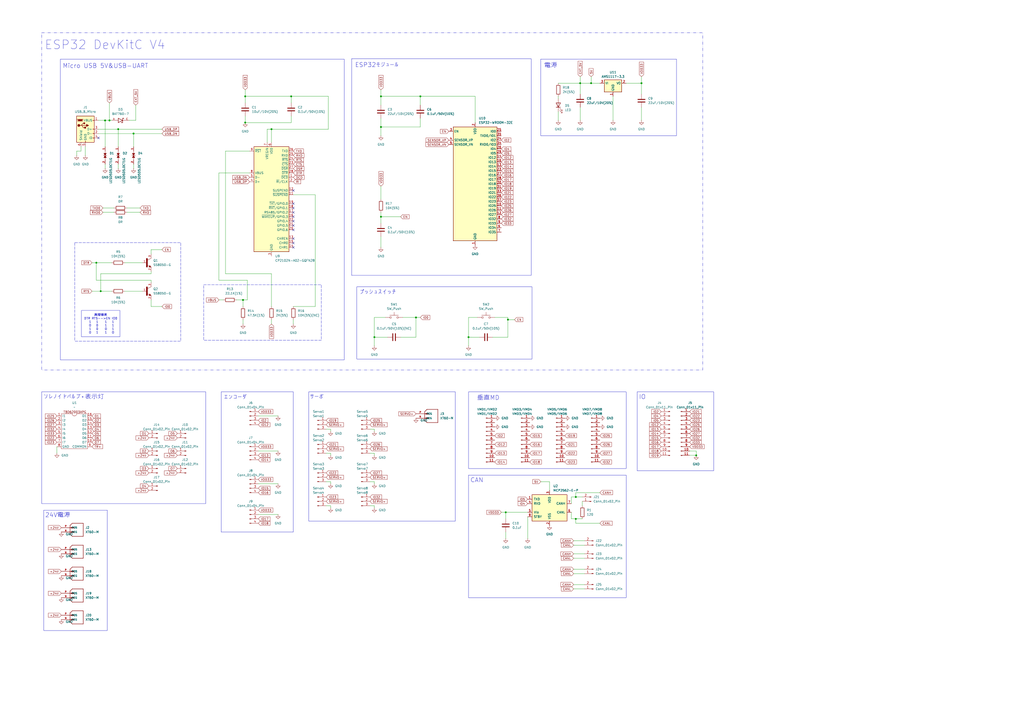
<source format=kicad_sch>
(kicad_sch (version 20250114) (generator "eeschema") (generator_version "9.0")
  (paper "A2")
  (rectangle (start 35.052 34.29) (end 199.644 208.788))
  (rectangle (start 47.244 180.086) (end 69.596 195.326))
  (rectangle (start 207.01 166.37) (end 308.61 208.28))
  (rectangle (start 128.27 227.33) (end 170.18 308.61))
  (rectangle (start 203.962 34.036) (end 308.102 159.766))
  (rectangle (start 369.57 227.33) (end 414.02 273.05))
  (rectangle (start 24.13 19.05) (end 407.67 214.63) (stroke (width 0) (type dash_dot_dot)))
  (rectangle (start 24.13 227.33) (end 119.38 292.1))
  (rectangle (start 179.07 227.33) (end 264.16 302.26))
  (rectangle (start 118.11 165.1) (end 186.436 197.358) (stroke (width 0) (type dash)))
  (rectangle (start 43.434 140.716) (end 104.902 197.866) (stroke (width 0) (type dash)))
  (rectangle (start 271.78 275.59) (end 363.22 346.71))
  (rectangle (start 25.4 295.91) (end 62.23 365.76))
  (rectangle (start 271.78 227.33) (end 363.22 271.78))
  (rectangle (start 313.69 34.29) (end 392.43 78.74))
  (text "CAN" (at 276.606 278.638 0) (effects (font (size 2.54 2.54))))
  (text "真理値表\nDTR RTS-->EN IO0\n 1   1    1   1\n 0   0    1   1\n 1   0    0   1\n  0   1    1   0 " (at 58.42 187.96 0) (effects (font (size 1.27 1.27))))
  (text "ESP32 DevKitC V4" (at 60.96 26.162 0) (effects (font (size 5.08 5.08))))
  (text "サーボ\n" (at 183.642 230.378 0) (effects (font (size 2.54 2.54))))
  (text "Micro USB 5V&USB-UART" (at 61.214 38.354 0) (effects (font (size 2.54 2.54))))
  (text "24V電源" (at 33.528 298.958 0) (effects (font (size 2.54 2.54))))
  (text "プッシュスイッチ" (at 219.202 169.672 0) (effects (font (size 2.54 2.54))))
  (text "垂直MD" (at 283.21 230.886 0) (effects (font (size 2.54 2.54))))
  (text "ソレノイドバルブ・表示灯" (at 42.926 230.378 0) (effects (font (size 2.54 2.54))))
  (text "エンコーダ" (at 136.398 230.632 0) (effects (font (size 2.54 2.54))))
  (text "電源\n" (at 319.532 38.1 0) (effects (font (size 2.54 2.54))))
  (text "IO" (at 372.618 230.378 0) (effects (font (size 2.54 2.54))))
  (text "ESP32モジュール" (at 218.694 37.846 0) (effects (font (size 2.54 2.54))))
  (junction (at 334.01 288.29))
  (junction (at 243.84 55.88))
  (junction (at 220.98 55.88))
  (junction (at 271.78 195.58))
  (junction (at 55.88 152.4))
  (junction (at 63.5 69.85))
  (junction (at 168.91 55.88))
  (junction (at 140.97 173.99))
  (junction (at 342.9 48.26))
  (junction (at 220.98 73.66))
  (junction (at 220.98 125.73))
  (junction (at 336.55 48.26))
  (junction (at 372.11 48.26))
  (junction (at 142.24 55.88))
  (junction (at 58.42 168.91))
  (junction (at 294.64 185.42))
  (junction (at 217.17 195.58))
  (junction (at 334.01 300.99))
  (junction (at 142.24 71.12))
  (junction (at 403.86 264.16))
  (junction (at 77.47 77.47))
  (junction (at 241.3 184.15))
  (junction (at 293.37 297.18))
  (junction (at 60.96 69.85))
  (junction (at 157.48 74.93))
  (junction (at 68.58 74.93))
  (no_connect (at 170.18 140.97))
  (no_connect (at 170.18 130.81))
  (no_connect (at 170.18 120.65))
  (no_connect (at 170.18 128.27))
  (no_connect (at 170.18 123.19))
  (no_connect (at 57.15 80.01))
  (no_connect (at 170.18 125.73))
  (no_connect (at 170.18 118.11))
  (no_connect (at 170.18 138.43))
  (no_connect (at 170.18 110.49))
  (no_connect (at 170.18 133.35))
  (no_connect (at 170.18 143.51))
  (wire (pts (xy 243.84 68.58) (xy 243.84 73.66)))
  (wire (pts (xy 220.98 137.16) (xy 220.98 143.51)))
  (wire (pts (xy 170.18 185.42) (xy 170.18 187.96)))
  (wire (pts (xy 337.82 293.37) (xy 337.82 290.83)))
  (wire (pts (xy 243.84 60.96) (xy 243.84 55.88)))
  (wire (pts (xy 191.77 279.4) (xy 191.77 280.67)))
  (wire (pts (xy 220.98 107.95) (xy 220.98 115.57)))
  (wire (pts (xy 342.9 44.45) (xy 342.9 48.26)))
  (wire (pts (xy 157.48 185.42) (xy 157.48 187.96)))
  (wire (pts (xy 73.66 120.65) (xy 81.28 120.65)))
  (wire (pts (xy 334.01 288.29) (xy 331.47 288.29)))
  (wire (pts (xy 68.58 74.93) (xy 93.98 74.93)))
  (wire (pts (xy 87.63 144.78) (xy 87.63 147.32)))
  (wire (pts (xy 332.74 341.63) (xy 339.09 341.63)))
  (wire (pts (xy 217.17 195.58) (xy 217.17 200.66)))
  (wire (pts (xy 87.63 177.8) (xy 93.98 177.8)))
  (wire (pts (xy 190.5 74.93) (xy 190.5 55.88)))
  (wire (pts (xy 189.23 248.92) (xy 191.77 248.92)))
  (wire (pts (xy 220.98 125.73) (xy 220.98 129.54)))
  (wire (pts (xy 217.17 294.64) (xy 217.17 293.37)))
  (wire (pts (xy 58.42 158.75) (xy 58.42 168.91)))
  (wire (pts (xy 77.47 95.25) (xy 77.47 97.79)))
  (wire (pts (xy 182.88 113.03) (xy 182.88 177.8)))
  (wire (pts (xy 191.77 264.16) (xy 191.77 262.89)))
  (wire (pts (xy 241.3 195.58) (xy 232.41 195.58)))
  (wire (pts (xy 217.17 262.89) (xy 214.63 262.89)))
  (wire (pts (xy 224.79 195.58) (xy 217.17 195.58)))
  (wire (pts (xy 87.63 157.48) (xy 87.63 158.75)))
  (wire (pts (xy 336.55 62.23) (xy 336.55 69.85)))
  (wire (pts (xy 170.18 177.8) (xy 182.88 177.8)))
  (wire (pts (xy 223.52 184.15) (xy 217.17 184.15)))
  (wire (pts (xy 220.98 125.73) (xy 232.41 125.73)))
  (wire (pts (xy 46.99 87.63) (xy 44.45 87.63)))
  (wire (pts (xy 287.02 184.15) (xy 294.64 184.15)))
  (wire (pts (xy 60.96 95.25) (xy 60.96 97.79)))
  (wire (pts (xy 60.96 85.09) (xy 60.96 69.85)))
  (wire (pts (xy 293.37 297.18) (xy 306.07 297.18)))
  (wire (pts (xy 53.34 168.91) (xy 58.42 168.91)))
  (wire (pts (xy 72.39 168.91) (xy 82.55 168.91)))
  (wire (pts (xy 306.07 299.72) (xy 306.07 312.42)))
  (wire (pts (xy 87.63 177.8) (xy 87.63 173.99)))
  (wire (pts (xy 144.78 100.33) (xy 127 100.33)))
  (wire (pts (xy 73.66 123.19) (xy 81.28 123.19)))
  (wire (pts (xy 140.97 173.99) (xy 140.97 177.8)))
  (wire (pts (xy 168.91 55.88) (xy 142.24 55.88)))
  (wire (pts (xy 78.74 60.96) (xy 78.74 69.85)))
  (wire (pts (xy 400.05 261.62) (xy 403.86 261.62)))
  (wire (pts (xy 243.84 73.66) (xy 220.98 73.66)))
  (wire (pts (xy 140.97 185.42) (xy 140.97 187.96)))
  (wire (pts (xy 332.74 313.69) (xy 339.09 313.69)))
  (wire (pts (xy 157.48 177.8) (xy 157.48 158.75)))
  (wire (pts (xy 332.74 323.85) (xy 339.09 323.85)))
  (wire (pts (xy 294.64 195.58) (xy 294.64 185.42)))
  (wire (pts (xy 214.63 248.92) (xy 217.17 248.92)))
  (wire (pts (xy 290.83 297.18) (xy 293.37 297.18)))
  (wire (pts (xy 214.63 279.4) (xy 217.17 279.4)))
  (wire (pts (xy 355.6 55.88) (xy 355.6 69.85)))
  (wire (pts (xy 191.77 294.64) (xy 191.77 293.37)))
  (wire (pts (xy 276.86 184.15) (xy 271.78 184.15)))
  (wire (pts (xy 336.55 54.61) (xy 336.55 48.26)))
  (wire (pts (xy 294.64 185.42) (xy 294.64 184.15)))
  (wire (pts (xy 127 100.33) (xy 127 162.56)))
  (wire (pts (xy 87.63 158.75) (xy 58.42 158.75)))
  (wire (pts (xy 149.86 298.45) (xy 161.29 298.45)))
  (wire (pts (xy 323.85 64.77) (xy 323.85 69.85)))
  (wire (pts (xy 400.05 264.16) (xy 403.86 264.16)))
  (wire (pts (xy 217.17 248.92) (xy 217.17 250.19)))
  (wire (pts (xy 58.42 168.91) (xy 64.77 168.91)))
  (wire (pts (xy 143.51 173.99) (xy 140.97 173.99)))
  (wire (pts (xy 157.48 82.55) (xy 157.48 74.93)))
  (wire (pts (xy 157.48 74.93) (xy 154.94 74.93)))
  (wire (pts (xy 220.98 73.66) (xy 220.98 78.74)))
  (wire (pts (xy 241.3 184.15) (xy 243.84 184.15)))
  (wire (pts (xy 372.11 48.26) (xy 372.11 44.45)))
  (wire (pts (xy 142.24 55.88) (xy 142.24 59.69)))
  (wire (pts (xy 168.91 67.31) (xy 168.91 71.12)))
  (wire (pts (xy 217.17 279.4) (xy 217.17 280.67)))
  (wire (pts (xy 149.86 280.67) (xy 161.29 280.67)))
  (wire (pts (xy 285.75 195.58) (xy 294.64 195.58)))
  (wire (pts (xy 170.18 113.03) (xy 182.88 113.03)))
  (wire (pts (xy 68.58 95.25) (xy 68.58 97.79)))
  (wire (pts (xy 217.17 293.37) (xy 214.63 293.37)))
  (wire (pts (xy 53.34 152.4) (xy 55.88 152.4)))
  (wire (pts (xy 87.63 162.56) (xy 55.88 162.56)))
  (wire (pts (xy 336.55 48.26) (xy 342.9 48.26)))
  (wire (pts (xy 275.59 71.12) (xy 275.59 55.88)))
  (wire (pts (xy 46.99 85.09) (xy 46.99 87.63)))
  (wire (pts (xy 130.81 87.63) (xy 130.81 158.75)))
  (wire (pts (xy 55.88 152.4) (xy 64.77 152.4)))
  (wire (pts (xy 157.48 158.75) (xy 130.81 158.75)))
  (wire (pts (xy 220.98 55.88) (xy 243.84 55.88)))
  (wire (pts (xy 77.47 77.47) (xy 77.47 85.09)))
  (wire (pts (xy 87.63 163.83) (xy 87.63 162.56)))
  (wire (pts (xy 233.68 184.15) (xy 241.3 184.15)))
  (wire (pts (xy 68.58 74.93) (xy 68.58 85.09)))
  (wire (pts (xy 57.15 69.85) (xy 60.96 69.85)))
  (wire (pts (xy 44.45 87.63) (xy 44.45 90.17)))
  (wire (pts (xy 142.24 71.12) (xy 142.24 67.31)))
  (wire (pts (xy 323.85 48.26) (xy 336.55 48.26)))
  (wire (pts (xy 293.37 308.61) (xy 293.37 312.42)))
  (wire (pts (xy 149.86 241.3) (xy 161.29 241.3)))
  (wire (pts (xy 372.11 48.26) (xy 372.11 54.61)))
  (wire (pts (xy 55.88 152.4) (xy 55.88 162.56)))
  (wire (pts (xy 142.24 52.07) (xy 142.24 55.88)))
  (wire (pts (xy 363.22 48.26) (xy 372.11 48.26)))
  (wire (pts (xy 93.98 144.78) (xy 87.63 144.78)))
  (wire (pts (xy 342.9 48.26) (xy 347.98 48.26)))
  (wire (pts (xy 157.48 74.93) (xy 190.5 74.93)))
  (wire (pts (xy 336.55 44.45) (xy 336.55 48.26)))
  (wire (pts (xy 168.91 59.69) (xy 168.91 55.88)))
  (wire (pts (xy 271.78 200.66) (xy 271.78 195.58)))
  (wire (pts (xy 220.98 123.19) (xy 220.98 125.73)))
  (wire (pts (xy 332.74 332.74) (xy 339.09 332.74)))
  (wire (pts (xy 293.37 297.18) (xy 293.37 300.99)))
  (wire (pts (xy 332.74 339.09) (xy 339.09 339.09)))
  (wire (pts (xy 331.47 288.29) (xy 331.47 292.1)))
  (wire (pts (xy 66.04 123.19) (xy 59.69 123.19)))
  (wire (pts (xy 191.77 293.37) (xy 189.23 293.37)))
  (wire (pts (xy 63.5 69.85) (xy 64.77 69.85)))
  (wire (pts (xy 127 162.56) (xy 143.51 162.56)))
  (wire (pts (xy 271.78 184.15) (xy 271.78 195.58)))
  (wire (pts (xy 271.78 195.58) (xy 278.13 195.58)))
  (wire (pts (xy 57.15 74.93) (xy 68.58 74.93)))
  (wire (pts (xy 130.81 87.63) (xy 144.78 87.63)))
  (wire (pts (xy 220.98 55.88) (xy 220.98 60.96)))
  (wire (pts (xy 49.53 85.09) (xy 49.53 90.17)))
  (wire (pts (xy 372.11 62.23) (xy 372.11 69.85)))
  (wire (pts (xy 191.77 248.92) (xy 191.77 250.19)))
  (wire (pts (xy 78.74 69.85) (xy 74.93 69.85)))
  (wire (pts (xy 275.59 55.88) (xy 243.84 55.88)))
  (wire (pts (xy 217.17 264.16) (xy 217.17 262.89)))
  (wire (pts (xy 331.47 300.99) (xy 331.47 297.18)))
  (wire (pts (xy 191.77 262.89) (xy 189.23 262.89)))
  (wire (pts (xy 332.74 316.23) (xy 339.09 316.23)))
  (wire (pts (xy 33.02 262.89) (xy 33.02 259.08)))
  (wire (pts (xy 142.24 71.12) (xy 168.91 71.12)))
  (wire (pts (xy 59.69 120.65) (xy 66.04 120.65)))
  (wire (pts (xy 217.17 184.15) (xy 217.17 195.58)))
  (wire (pts (xy 334.01 300.99) (xy 334.01 303.53)))
  (wire (pts (xy 137.16 173.99) (xy 140.97 173.99)))
  (wire (pts (xy 337.82 300.99) (xy 334.01 300.99)))
  (wire (pts (xy 334.01 300.99) (xy 331.47 300.99)))
  (wire (pts (xy 318.77 279.4) (xy 318.77 284.48)))
  (wire (pts (xy 334.01 285.75) (xy 347.98 285.75)))
  (wire (pts (xy 337.82 288.29) (xy 334.01 288.29)))
  (wire (pts (xy 332.74 321.31) (xy 339.09 321.31)))
  (wire (pts (xy 63.5 59.69) (xy 63.5 69.85)))
  (wire (pts (xy 57.15 77.47) (xy 77.47 77.47)))
  (wire (pts (xy 334.01 288.29) (xy 334.01 285.75)))
  (wire (pts (xy 190.5 55.88) (xy 168.91 55.88)))
  (wire (pts (xy 60.96 69.85) (xy 63.5 69.85)))
  (wire (pts (xy 294.64 185.42) (xy 298.45 185.42)))
  (wire (pts (xy 323.85 57.15) (xy 323.85 55.88)))
  (wire (pts (xy 72.39 152.4) (xy 82.55 152.4)))
  (wire (pts (xy 241.3 184.15) (xy 241.3 195.58)))
  (wire (pts (xy 77.47 77.47) (xy 93.98 77.47)))
  (wire (pts (xy 313.69 279.4) (xy 318.77 279.4)))
  (wire (pts (xy 332.74 330.2) (xy 339.09 330.2)))
  (wire (pts (xy 334.01 303.53) (xy 347.98 303.53)))
  (wire (pts (xy 220.98 52.07) (xy 220.98 55.88)))
  (wire (pts (xy 127 173.99) (xy 129.54 173.99)))
  (wire (pts (xy 403.86 261.62) (xy 403.86 264.16)))
  (wire (pts (xy 189.23 279.4) (xy 191.77 279.4)))
  (wire (pts (xy 143.51 162.56) (xy 143.51 173.99)))
  (wire (pts (xy 149.86 261.62) (xy 161.29 261.62)))
  (wire (pts (xy 220.98 68.58) (xy 220.98 73.66)))
  (wire (pts (xy 154.94 82.55) (xy 154.94 74.93)))
  (global_label "IO4" (shape input) (at 383.54 241.3 180) (property "Intersheetrefs" "${INTERSHEET_REFS}" (effects (hide yes))))
  (global_label "IO27" (shape input) (at 290.83 124.46 0) (property "Intersheetrefs" "${INTERSHEET_REFS}" (effects (hide yes))))
  (global_label "IO14" (shape input) (at 290.83 96.52 0) (property "Intersheetrefs" "${INTERSHEET_REFS}" (effects (hide yes))))
  (global_label "5V" (shape input) (at 313.69 279.4 180) (property "Intersheetrefs" "${INTERSHEET_REFS}" (effects (hide yes))))
  (global_label "IO5" (shape input) (at 306.07 289.56 180) (property "Intersheetrefs" "${INTERSHEET_REFS}" (effects (hide yes))))
  (global_label "USB_DN" (shape input) (at 144.78 102.87 180) (property "Intersheetrefs" "${INTERSHEET_REFS}" (effects (hide yes))))
  (global_label "IO2" (shape input) (at 149.86 243.84 0) (property "Intersheetrefs" "${INTERSHEET_REFS}" (effects (hide yes))))
  (global_label "IO2" (shape input) (at 287.02 252.73 0) (property "Intersheetrefs" "${INTERSHEET_REFS}" (effects (hide yes))))
  (global_label "VDD33" (shape input) (at 290.83 297.18 180) (property "Intersheetrefs" "${INTERSHEET_REFS}" (effects (hide yes))))
  (global_label "IO23" (shape input) (at 327.66 267.97 0) (property "Intersheetrefs" "${INTERSHEET_REFS}" (effects (hide yes))))
  (global_label "SERVO+" (shape input) (at 189.23 246.38 0) (property "Intersheetrefs" "${INTERSHEET_REFS}" (effects (hide yes))))
  (global_label "IO32" (shape input) (at 290.83 127 0) (property "Intersheetrefs" "${INTERSHEET_REFS}" (effects (hide yes))))
  (global_label "IO25" (shape input) (at 33.02 241.3 180) (property "Intersheetrefs" "${INTERSHEET_REFS}" (effects (hide yes))))
  (global_label "IO23" (shape input) (at 400.05 243.84 0) (property "Intersheetrefs" "${INTERSHEET_REFS}" (effects (hide yes))))
  (global_label "IO16" (shape input) (at 383.54 256.54 180) (property "Intersheetrefs" "${INTERSHEET_REFS}" (effects (hide yes))))
  (global_label "IO13" (shape input) (at 383.54 248.92 180) (property "Intersheetrefs" "${INTERSHEET_REFS}" (effects (hide yes))))
  (global_label "O6" (shape input) (at 102.87 261.62 180) (property "Intersheetrefs" "${INTERSHEET_REFS}" (effects (hide yes))))
  (global_label "IO15" (shape input) (at 383.54 254 180) (property "Intersheetrefs" "${INTERSHEET_REFS}" (effects (hide yes))))
  (global_label "RXD" (shape input) (at 81.28 123.19 0) (property "Intersheetrefs" "${INTERSHEET_REFS}" (effects (hide yes))))
  (global_label "IO21" (shape input) (at 189.23 257.81 0) (property "Intersheetrefs" "${INTERSHEET_REFS}" (effects (hide yes))))
  (global_label "SERVO+" (shape input) (at 214.63 290.83 0) (property "Intersheetrefs" "${INTERSHEET_REFS}" (effects (hide yes))))
  (global_label "IO0" (shape input) (at 243.84 184.15 0) (property "Intersheetrefs" "${INTERSHEET_REFS}" (effects (hide yes))))
  (global_label "IO26" (shape input) (at 347.98 257.81 0) (property "Intersheetrefs" "${INTERSHEET_REFS}" (effects (hide yes))))
  (global_label "IO32" (shape input) (at 214.63 288.29 0) (property "Intersheetrefs" "${INTERSHEET_REFS}" (effects (hide yes))))
  (global_label "CANL" (shape input) (at 332.74 341.63 180) (property "Intersheetrefs" "${INTERSHEET_REFS}" (effects (hide yes))))
  (global_label "O7" (shape input) (at 102.87 271.78 180) (property "Intersheetrefs" "${INTERSHEET_REFS}" (effects (hide yes))))
  (global_label "IO14" (shape input) (at 383.54 251.46 180) (property "Intersheetrefs" "${INTERSHEET_REFS}" (effects (hide yes))))
  (global_label "IO21" (shape input) (at 400.05 238.76 0) (property "Intersheetrefs" "${INTERSHEET_REFS}" (effects (hide yes))))
  (global_label "DCD" (shape input) (at 170.18 102.87 0) (property "Intersheetrefs" "${INTERSHEET_REFS}" (effects (hide yes))))
  (global_label "IO21" (shape input) (at 290.83 111.76 0) (property "Intersheetrefs" "${INTERSHEET_REFS}" (effects (hide yes))))
  (global_label "IO19" (shape input) (at 383.54 264.16 180) (property "Intersheetrefs" "${INTERSHEET_REFS}" (effects (hide yes))))
  (global_label "IO15" (shape input) (at 290.83 99.06 0) (property "Intersheetrefs" "${INTERSHEET_REFS}" (effects (hide yes))))
  (global_label "SERVO+" (shape input) (at 189.23 260.35 0) (property "Intersheetrefs" "${INTERSHEET_REFS}" (effects (hide yes))))
  (global_label "IO15" (shape input) (at 307.34 252.73 0) (property "Intersheetrefs" "${INTERSHEET_REFS}" (effects (hide yes))))
  (global_label "IO16" (shape input) (at 290.83 101.6 0) (property "Intersheetrefs" "${INTERSHEET_REFS}" (effects (hide yes))))
  (global_label "SERVO+" (shape input) (at 189.23 276.86 0) (property "Intersheetrefs" "${INTERSHEET_REFS}" (effects (hide yes))))
  (global_label "IO12" (shape input) (at 383.54 246.38 180) (property "Intersheetrefs" "${INTERSHEET_REFS}" (effects (hide yes))))
  (global_label "+24V" (shape input) (at 102.87 264.16 180) (property "Intersheetrefs" "${INTERSHEET_REFS}" (effects (hide yes))))
  (global_label "IO17" (shape input) (at 149.86 300.99 0) (property "Intersheetrefs" "${INTERSHEET_REFS}" (effects (hide yes))))
  (global_label "SERVO+" (shape input) (at 214.63 246.38 0) (property "Intersheetrefs" "${INTERSHEET_REFS}" (effects (hide yes))))
  (global_label "+24V" (shape input) (at 35.56 344.17 180) (property "Intersheetrefs" "${INTERSHEET_REFS}" (effects (hide yes))))
  (global_label "IO21" (shape input) (at 327.66 257.81 0) (property "Intersheetrefs" "${INTERSHEET_REFS}" (effects (hide yes))))
  (global_label "IO19" (shape input) (at 290.83 109.22 0) (property "Intersheetrefs" "${INTERSHEET_REFS}" (effects (hide yes))))
  (global_label "IO32" (shape input) (at 347.98 267.97 0) (property "Intersheetrefs" "${INTERSHEET_REFS}" (effects (hide yes))))
  (global_label "IO15" (shape input) (at 149.86 283.21 0) (property "Intersheetrefs" "${INTERSHEET_REFS}" (effects (hide yes))))
  (global_label "+24V" (shape input) (at 86.36 254 180) (property "Intersheetrefs" "${INTERSHEET_REFS}" (effects (hide yes))))
  (global_label "VDD33" (shape input) (at 400.05 259.08 0) (property "Intersheetrefs" "${INTERSHEET_REFS}" (effects (hide yes))))
  (global_label "VDD33" (shape input) (at 372.11 44.45 90) (property "Intersheetrefs" "${INTERSHEET_REFS}" (effects (hide yes))))
  (global_label "+24V" (shape input) (at 86.36 274.32 180) (property "Intersheetrefs" "${INTERSHEET_REFS}" (effects (hide yes))))
  (global_label "CANH" (shape input) (at 332.74 339.09 180) (property "Intersheetrefs" "${INTERSHEET_REFS}" (effects (hide yes))))
  (global_label "SERVO+" (shape input) (at 214.63 276.86 0) (property "Intersheetrefs" "${INTERSHEET_REFS}" (effects (hide yes))))
  (global_label "EXT_5V" (shape input) (at 336.55 44.45 90) (property "Intersheetrefs" "${INTERSHEET_REFS}" (effects (hide yes))))
  (global_label "O2" (shape input) (at 53.34 243.84 0) (property "Intersheetrefs" "${INTERSHEET_REFS}" (effects (hide yes))))
  (global_label "IO19" (shape input) (at 189.23 243.84 0) (property "Intersheetrefs" "${INTERSHEET_REFS}" (effects (hide yes))))
  (global_label "IO19" (shape input) (at 327.66 252.73 0) (property "Intersheetrefs" "${INTERSHEET_REFS}" (effects (hide yes))))
  (global_label "IO12" (shape input) (at 290.83 91.44 0) (property "Intersheetrefs" "${INTERSHEET_REFS}" (effects (hide yes))))
  (global_label "IO0" (shape input) (at 93.98 177.8 0) (property "Intersheetrefs" "${INTERSHEET_REFS}" (effects (hide yes))))
  (global_label "IO5" (shape input) (at 383.54 243.84 180) (property "Intersheetrefs" "${INTERSHEET_REFS}" (effects (hide yes))))
  (global_label "IO18" (shape input) (at 307.34 267.97 0) (property "Intersheetrefs" "${INTERSHEET_REFS}" (effects (hide yes))))
  (global_label "RTS" (shape input) (at 170.18 92.71 0) (property "Intersheetrefs" "${INTERSHEET_REFS}" (effects (hide yes))))
  (global_label "IO25" (shape input) (at 214.63 243.84 0) (property "Intersheetrefs" "${INTERSHEET_REFS}" (effects (hide yes))))
  (global_label "IO27" (shape input) (at 214.63 274.32 0) (property "Intersheetrefs" "${INTERSHEET_REFS}" (effects (hide yes))))
  (global_label "IO22" (shape input) (at 33.02 254 180) (property "Intersheetrefs" "${INTERSHEET_REFS}" (effects (hide yes))))
  (global_label "TR+" (shape input) (at 53.34 259.08 0) (property "Intersheetrefs" "${INTERSHEET_REFS}" (effects (hide yes))))
  (global_label "IO25" (shape input) (at 290.83 119.38 0) (property "Intersheetrefs" "${INTERSHEET_REFS}" (effects (hide yes))))
  (global_label "VDD33" (shape input) (at 157.48 187.96 270) (property "Intersheetrefs" "${INTERSHEET_REFS}" (effects (hide yes))))
  (global_label "IO25" (shape input) (at 347.98 252.73 0) (property "Intersheetrefs" "${INTERSHEET_REFS}" (effects (hide yes))))
  (global_label "O1" (shape input) (at 53.34 241.3 0) (property "Intersheetrefs" "${INTERSHEET_REFS}" (effects (hide yes))))
  (global_label "IO4" (shape input) (at 290.83 86.36 0) (property "Intersheetrefs" "${INTERSHEET_REFS}" (effects (hide yes))))
  (global_label "IO4" (shape input) (at 306.07 292.1 180) (property "Intersheetrefs" "${INTERSHEET_REFS}" (effects (hide yes))))
  (global_label "IO18" (shape input) (at 290.83 106.68 0) (property "Intersheetrefs" "${INTERSHEET_REFS}" (effects (hide yes))))
  (global_label "O2" (shape input) (at 86.36 261.62 180) (property "Intersheetrefs" "${INTERSHEET_REFS}" (effects (hide yes))))
  (global_label "SENSOR_VP" (shape input) (at 260.35 81.28 180) (property "Intersheetrefs" "${INTERSHEET_REFS}" (effects (hide yes))))
  (global_label "+24V" (shape input) (at 86.36 284.48 180) (property "Intersheetrefs" "${INTERSHEET_REFS}" (effects (hide yes))))
  (global_label "+24V" (shape input) (at 35.56 306.07 180) (property "Intersheetrefs" "${INTERSHEET_REFS}" (effects (hide yes))))
  (global_label "VDD33" (shape input) (at 149.86 238.76 0) (property "Intersheetrefs" "${INTERSHEET_REFS}" (effects (hide yes))))
  (global_label "O7" (shape input) (at 53.34 256.54 0) (property "Intersheetrefs" "${INTERSHEET_REFS}" (effects (hide yes))))
  (global_label "IO27" (shape input) (at 400.05 251.46 0) (property "Intersheetrefs" "${INTERSHEET_REFS}" (effects (hide yes))))
  (global_label "IO18" (shape input) (at 383.54 261.62 180) (property "Intersheetrefs" "${INTERSHEET_REFS}" (effects (hide yes))))
  (global_label "CANL" (shape input) (at 332.74 323.85 180) (property "Intersheetrefs" "${INTERSHEET_REFS}" (effects (hide yes))))
  (global_label "IO26" (shape input) (at 214.63 257.81 0) (property "Intersheetrefs" "${INTERSHEET_REFS}" (effects (hide yes))))
  (global_label "TXD" (shape input) (at 170.18 87.63 0) (property "Intersheetrefs" "${INTERSHEET_REFS}" (effects (hide yes))))
  (global_label "IO5" (shape input) (at 290.83 88.9 0) (property "Intersheetrefs" "${INTERSHEET_REFS}" (effects (hide yes))))
  (global_label "TXD0" (shape input) (at 59.69 120.65 180) (property "Intersheetrefs" "${INTERSHEET_REFS}" (effects (hide yes))))
  (global_label "RTS" (shape input) (at 53.34 168.91 180) (property "Intersheetrefs" "${INTERSHEET_REFS}" (effects (hide yes))))
  (global_label "5V" (shape input) (at 342.9 44.45 90) (property "Intersheetrefs" "${INTERSHEET_REFS}" (effects (hide yes))))
  (global_label "O4" (shape input) (at 86.36 281.94 180) (property "Intersheetrefs" "${INTERSHEET_REFS}" (effects (hide yes))))
  (global_label "IO18" (shape input) (at 149.86 303.53 0) (property "Intersheetrefs" "${INTERSHEET_REFS}" (effects (hide yes))))
  (global_label "IO12" (shape input) (at 149.86 246.38 0) (property "Intersheetrefs" "${INTERSHEET_REFS}" (effects (hide yes))))
  (global_label "RXD" (shape input) (at 170.18 90.17 0) (property "Intersheetrefs" "${INTERSHEET_REFS}" (effects (hide yes))))
  (global_label "DSR" (shape input) (at 170.18 97.79 0) (property "Intersheetrefs" "${INTERSHEET_REFS}" (effects (hide yes))))
  (global_label "+24V" (shape input) (at 102.87 274.32 180) (property "Intersheetrefs" "${INTERSHEET_REFS}" (effects (hide yes))))
  (global_label "SERVO+" (shape input) (at 241.3 240.03 180) (property "Intersheetrefs" "${INTERSHEET_REFS}" (effects (hide yes))))
  (global_label "+24V" (shape input) (at 35.56 318.77 180) (property "Intersheetrefs" "${INTERSHEET_REFS}" (effects (hide yes))))
  (global_label "IO23" (shape input) (at 33.02 256.54 180) (property "Intersheetrefs" "${INTERSHEET_REFS}" (effects (hide yes))))
  (global_label "VDD33" (shape input) (at 142.24 52.07 90) (property "Intersheetrefs" "${INTERSHEET_REFS}" (effects (hide yes))))
  (global_label "TXD" (shape input) (at 81.28 120.65 0) (property "Intersheetrefs" "${INTERSHEET_REFS}" (effects (hide yes))))
  (global_label "CANH" (shape input) (at 332.74 313.69 180) (property "Intersheetrefs" "${INTERSHEET_REFS}" (effects (hide yes))))
  (global_label "+24V" (shape input) (at 102.87 254 180) (property "Intersheetrefs" "${INTERSHEET_REFS}" (effects (hide yes))))
  (global_label "CANL" (shape input) (at 347.98 303.53 0) (property "Intersheetrefs" "${INTERSHEET_REFS}" (effects (hide yes))))
  (global_label "IO33" (shape input) (at 400.05 256.54 0) (property "Intersheetrefs" "${INTERSHEET_REFS}" (effects (hide yes))))
  (global_label "SENSOR_VN" (shape input) (at 260.35 83.82 180) (property "Intersheetrefs" "${INTERSHEET_REFS}" (effects (hide yes))))
  (global_label "VDD33" (shape input) (at 149.86 278.13 0) (property "Intersheetrefs" "${INTERSHEET_REFS}" (effects (hide yes))))
  (global_label "IO33" (shape input) (at 290.83 129.54 0) (property "Intersheetrefs" "${INTERSHEET_REFS}" (effects (hide yes))))
  (global_label "USB_DP" (shape input) (at 93.98 74.93 0) (property "Intersheetrefs" "${INTERSHEET_REFS}" (effects (hide yes))))
  (global_label "CANH" (shape input) (at 332.74 321.31 180) (property "Intersheetrefs" "${INTERSHEET_REFS}" (effects (hide yes))))
  (global_label "VDD33" (shape input) (at 220.98 107.95 90) (property "Intersheetrefs" "${INTERSHEET_REFS}" (effects (hide yes))))
  (global_label "VBUS" (shape input) (at 127 173.99 180) (property "Intersheetrefs" "${INTERSHEET_REFS}" (effects (hide yes))))
  (global_label "IO2" (shape input) (at 383.54 238.76 180) (property "Intersheetrefs" "${INTERSHEET_REFS}" (effects (hide yes))))
  (global_label "EN" (shape input) (at 298.45 185.42 0) (property "Intersheetrefs" "${INTERSHEET_REFS}" (effects (hide yes))))
  (global_label "VBUS" (shape input) (at 63.5 59.69 90) (property "Intersheetrefs" "${INTERSHEET_REFS}" (effects (hide yes))))
  (global_label "IO12" (shape input) (at 287.02 257.81 0) (property "Intersheetrefs" "${INTERSHEET_REFS}" (effects (hide yes))))
  (global_label "CANL" (shape input) (at 332.74 316.23 180) (property "Intersheetrefs" "${INTERSHEET_REFS}" (effects (hide yes))))
  (global_label "IO32" (shape input) (at 400.05 254 0) (property "Intersheetrefs" "${INTERSHEET_REFS}" (effects (hide yes))))
  (global_label "CANH" (shape input) (at 347.98 285.75 0) (property "Intersheetrefs" "${INTERSHEET_REFS}" (effects (hide yes))))
  (global_label "IO22" (shape input) (at 189.23 274.32 0) (property "Intersheetrefs" "${INTERSHEET_REFS}" (effects (hide yes))))
  (global_label "+24V" (shape input) (at 35.56 356.87 180) (property "Intersheetrefs" "${INTERSHEET_REFS}" (effects (hide yes))))
  (global_label "VDD33" (shape input) (at 149.86 295.91 0) (property "Intersheetrefs" "${INTERSHEET_REFS}" (effects (hide yes))))
  (global_label "IO22" (shape input) (at 290.83 114.3 0) (property "Intersheetrefs" "${INTERSHEET_REFS}" (effects (hide yes))))
  (global_label "IO22" (shape input) (at 400.05 241.3 0) (property "Intersheetrefs" "${INTERSHEET_REFS}" (effects (hide yes))))
  (global_label "IO23" (shape input) (at 189.23 288.29 0) (property "Intersheetrefs" "${INTERSHEET_REFS}" (effects (hide yes))))
  (global_label "EN" (shape input) (at 260.35 76.2 180) (property "Intersheetrefs" "${INTERSHEET_REFS}" (effects (hide yes))))
  (global_label "IO16" (shape input) (at 149.86 285.75 0) (property "Intersheetrefs" "${INTERSHEET_REFS}" (effects (hide yes))))
  (global_label "IO27" (shape input) (at 347.98 262.89 0) (property "Intersheetrefs" "${INTERSHEET_REFS}" (effects (hide yes))))
  (global_label "CANH" (shape input) (at 332.74 330.2 180) (property "Intersheetrefs" "${INTERSHEET_REFS}" (effects (hide yes))))
  (global_label "IO26" (shape input) (at 400.05 248.92 0) (property "Intersheetrefs" "${INTERSHEET_REFS}" (effects (hide yes))))
  (global_label "DTR" (shape input) (at 170.18 100.33 0) (property "Intersheetrefs" "${INTERSHEET_REFS}" (effects (hide yes))))
  (global_label "O1" (shape input) (at 86.36 251.46 180) (property "Intersheetrefs" "${INTERSHEET_REFS}" (effects (hide yes))))
  (global_label "O5" (shape input) (at 53.34 251.46 0) (property "Intersheetrefs" "${INTERSHEET_REFS}" (effects (hide yes))))
  (global_label "IO23" (shape input) (at 290.83 116.84 0) (property "Intersheetrefs" "${INTERSHEET_REFS}" (effects (hide yes))))
  (global_label "SERVO+" (shape input) (at 189.23 290.83 0) (property "Intersheetrefs" "${INTERSHEET_REFS}" (effects (hide yes))))
  (global_label "IO32" (shape input) (at 33.02 248.92 180) (property "Intersheetrefs" "${INTERSHEET_REFS}" (effects (hide yes))))
  (global_label "O5" (shape input) (at 102.87 251.46 180) (property "Intersheetrefs" "${INTERSHEET_REFS}" (effects (hide yes))))
  (global_label "O3" (shape input) (at 86.36 271.78 180) (property "Intersheetrefs" "${INTERSHEET_REFS}" (effects (hide yes))))
  (global_label "VDD33" (shape input) (at 220.98 52.07 90) (property "Intersheetrefs" "${INTERSHEET_REFS}" (effects (hide yes))))
  (global_label "EXT_5V" (shape input) (at 78.74 60.96 90) (property "Intersheetrefs" "${INTERSHEET_REFS}" (effects (hide yes))))
  (global_label "+24V" (shape input) (at 35.56 331.47 180) (property "Intersheetrefs" "${INTERSHEET_REFS}" (effects (hide yes))))
  (global_label "EN" (shape input) (at 93.98 144.78 0) (property "Intersheetrefs" "${INTERSHEET_REFS}" (effects (hide yes))))
  (global_label "O3" (shape input) (at 53.34 246.38 0) (property "Intersheetrefs" "${INTERSHEET_REFS}" (effects (hide yes))))
  (global_label "VDD33" (shape input) (at 149.86 259.08 0) (property "Intersheetrefs" "${INTERSHEET_REFS}" (effects (hide yes))))
  (global_label "IO13" (shape input) (at 290.83 93.98 0) (property "Intersheetrefs" "${INTERSHEET_REFS}" (effects (hide yes))))
  (global_label "IO13" (shape input) (at 287.02 262.89 0) (property "Intersheetrefs" "${INTERSHEET_REFS}" (effects (hide yes))))
  (global_label "IO17" (shape input) (at 383.54 259.08 180) (property "Intersheetrefs" "${INTERSHEET_REFS}" (effects (hide yes))))
  (global_label "IO25" (shape input) (at 400.05 246.38 0) (property "Intersheetrefs" "${INTERSHEET_REFS}" (effects (hide yes))))
  (global_label "IO2" (shape input) (at 290.83 81.28 0) (property "Intersheetrefs" "${INTERSHEET_REFS}" (effects (hide yes))))
  (global_label "RXD0" (shape input) (at 59.69 123.19 180) (property "Intersheetrefs" "${INTERSHEET_REFS}" (effects (hide yes))))
  (global_label "IO16" (shape input) (at 307.34 257.81 0) (property "Intersheetrefs" "${INTERSHEET_REFS}" (effects (hide yes))))
  (global_label "IO17" (shape input) (at 290.83 104.14 0) (property "Intersheetrefs" "${INTERSHEET_REFS}" (effects (hide yes))))
  (global_label "IO26" (shape input) (at 33.02 243.84 180) (property "Intersheetrefs" "${INTERSHEET_REFS}" (effects (hide yes))))
  (global_label "+24V" (shape input) (at 86.36 264.16 180) (property "Intersheetrefs" "${INTERSHEET_REFS}" (effects (hide yes))))
  (global_label "IO22" (shape input) (at 327.66 262.89 0) (property "Intersheetrefs" "${INTERSHEET_REFS}" (effects (hide yes))))
  (global_label "IO14" (shape input) (at 287.02 267.97 0) (property "Intersheetrefs" "${INTERSHEET_REFS}" (effects (hide yes))))
  (global_label "IO17" (shape input) (at 307.34 262.89 0) (property "Intersheetrefs" "${INTERSHEET_REFS}" (effects (hide yes))))
  (global_label "IO33" (shape input) (at 33.02 251.46 180) (property "Intersheetrefs" "${INTERSHEET_REFS}" (effects (hide yes))))
  (global_label "CTS" (shape input) (at 170.18 95.25 0) (property "Intersheetrefs" "${INTERSHEET_REFS}" (effects (hide yes))))
  (global_label "O4" (shape input) (at 53.34 248.92 0) (property "Intersheetrefs" "${INTERSHEET_REFS}" (effects (hide yes))))
  (global_label "IO14" (shape input) (at 149.86 266.7 0) (property "Intersheetrefs" "${INTERSHEET_REFS}" (effects (hide yes))))
  (global_label "IO27" (shape input) (at 33.02 246.38 180) (property "Intersheetrefs" "${INTERSHEET_REFS}" (effects (hide yes))))
  (global_label "IO26" (shape input) (at 290.83 121.92 0) (property "Intersheetrefs" "${INTERSHEET_REFS}" (effects (hide yes))))
  (global_label "USB_DN" (shape input) (at 93.98 77.47 0) (property "Intersheetrefs" "${INTERSHEET_REFS}" (effects (hide yes))))
  (global_label "DTR" (shape input) (at 53.34 152.4 180) (property "Intersheetrefs" "${INTERSHEET_REFS}" (effects (hide yes))))
  (global_label "USB_DP" (shape input) (at 144.78 105.41 180) (property "Intersheetrefs" "${INTERSHEET_REFS}" (effects (hide yes))))
  (global_label "SERVO+" (shape input) (at 214.63 260.35 0) (property "Intersheetrefs" "${INTERSHEET_REFS}" (effects (hide yes))))
  (global_label "RI" (shape input) (at 170.18 105.41 0) (property "Intersheetrefs" "${INTERSHEET_REFS}" (effects (hide yes))))
  (global_label "IO13" (shape input) (at 149.86 264.16 0) (property "Intersheetrefs" "${INTERSHEET_REFS}" (effects (hide yes))))
  (global_label "EN" (shape input) (at 232.41 125.73 0) (property "Intersheetrefs" "${INTERSHEET_REFS}" (effects (hide yes))))
  (global_label "CANL" (shape input) (at 332.74 332.74 180) (property "Intersheetrefs" "${INTERSHEET_REFS}" (effects (hide yes))))
  (global_label "O6" (shape input) (at 53.34 254 0) (property "Intersheetrefs" "${INTERSHEET_REFS}" (effects (hide yes))))
  (symbol (lib_id "XT60-M:XT60-M") (at 40.64 334.01 0) (unit 1)
    (property "Reference" "J18" (at 49.53 331.4699 0) (effects (justify left)))
    (property "Value" "XT60-M" (at 49.53 334.0099 0) (effects (justify left)))
    (property "Footprint" "Connector_AMASS:AMASS_XT60-M_1x02_P7.20mm_Vertical" (effects (hide yes)))
    (property "MF" "AMASS" (effects (hide yes)))
    (property "MAXIMUM_PACKAGE_HEIGHT" "16.00 mm" (effects (hide yes)))
    (property "Package" "Package" (effects (hide yes)))
    (property "Price" "None" (effects (hide yes)))
    (property "Check_prices" "https://www.snapeda.com/parts/XT60-M/AMASS/view-part/?ref=eda" (effects (hide yes)))
    (property "STANDARD" "IPC 7351B" (effects (hide yes)))
    (property "PARTREV" "V1.2" (effects (hide yes)))
    (property "SnapEDA_Link" "https://www.snapeda.com/parts/XT60-M/AMASS/view-part/?ref=snap" (effects (hide yes)))
    (property "MP" "XT60-M" (effects (hide yes)))
    (property "Description_1" "\n                        \n                            Plug; DC supply; XT60; male; PIN: 2; for cable; soldered; 30A; 500V\n                        \n" (effects (hide yes)))
    (property "Availability" "Not in stock" (effects (hide yes)))
    (property "MANUFACTURER" "AMASS" (effects (hide yes)))
  )
  (symbol (lib_id "Connector:Conn_01x11_Pin") (at 322.58 255.27 0) (unit 1)
    (property "Reference" "VMD5/VMD6" (at 323.215 237.49 0))
    (property "Value" "VMD5/VMD6" (at 323.215 240.03 0))
    (property "Footprint" "Connector_PinHeader_2.54mm:PinHeader_1x11_P2.54mm_Vertical" (effects (hide yes)))
    (property "Description" "Generic connector, single row, 01x11, script generated" (effects (hide yes)))
  )
  (symbol (lib_id "power:GND") (at 35.56 308.61 0) (unit 1)
    (property "Reference" "#PWR020" (effects (hide yes)))
    (property "Value" "GND" (at 38.1 309.8799 0) (effects (justify left)))
  )
  (symbol (lib_id "power:GND") (at 372.11 69.85 0) (unit 1)
    (property "Reference" "#PWR034" (effects (hide yes)))
    (property "Value" "GND" (at 372.11 74.93 0))
    (property "Description" "Power symbol creates a global label with name \"GND\" , ground" (effects (hide yes)))
  )
  (symbol (lib_name "GND_2") (lib_id "power:GND") (at 327.66 247.65 90) (unit 1)
    (property "Reference" "#PWR067" (effects (hide yes)))
    (property "Value" "GND" (at 331.47 247.6499 90) (effects (justify right)))
    (property "Description" "Power symbol creates a global label with name \"GND\" , ground" (effects (hide yes)))
  )
  (symbol (lib_id "Device:R") (at 157.48 181.61 0) (unit 1)
    (property "Reference" "R15" (at 160.02 180.3399 0) (effects (justify left)))
    (property "Value" "2K(5%)" (at 160.02 182.8799 0) (effects (justify left)))
    (property "Footprint" "Resistor_SMD:R_0805_2012Metric" (effects (hide yes)))
    (property "Description" "Resistor" (effects (hide yes)))
  )
  (symbol (lib_id "Connector:Conn_01x04_Pin") (at 144.78 280.67 0) (unit 1)
    (property "Reference" "J8" (at 145.415 273.05 0))
    (property "Value" "Conn_01x04_Pin" (at 145.415 275.59 0))
    (property "Footprint" "Connector_JST:JST_XH_B4B-XH-AM_1x04_P2.50mm_Vertical" (effects (hide yes)))
    (property "Description" "Generic connector, single row, 01x04, script generated" (effects (hide yes)))
  )
  (symbol (lib_id "power:GND") (at 271.78 200.66 0) (unit 1)
    (property "Reference" "#PWR021" (effects (hide yes)))
    (property "Value" "GND" (at 271.78 205.74 0))
    (property "Description" "Power symbol creates a global label with name \"GND\" , ground" (effects (hide yes)))
  )
  (symbol (lib_id "power:GND") (at 142.24 71.12 0) (unit 1)
    (property "Reference" "#PWR011" (effects (hide yes)))
    (property "Value" "GND" (at 142.24 76.2 0))
    (property "Description" "Power symbol creates a global label with name \"GND\" , ground" (effects (hide yes)))
  )
  (symbol (lib_id "LESD5D5.0CT1G:LESD5D5.0CT1G") (at 68.58 90.17 270) (unit 1)
    (property "Reference" "D2" (at 71.12 88.8999 90) (effects (justify left)))
    (property "Value" "LESD5D5.0CT1G" (at 71.882 91.44 0) (effects (justify left)))
    (property "Footprint" "Diode_SMD:D_SOD-523" (effects (hide yes)))
    (property "MF" "Leshan Radio Co." (effects (hide yes)))
    (property "MAXIMUM_PACKAGE_HEIGHT" "0.7 mm" (effects (hide yes)))
    (property "Package" "None" (effects (hide yes)))
    (property "Price" "None" (effects (hide yes)))
    (property "Check_prices" "https://www.snapeda.com/parts/LESD5D5.0CT1G/Leshan+Radio/view-part/?ref=eda" (effects (hide yes)))
    (property "STANDARD" "Manufacturer Recommendations" (effects (hide yes)))
    (property "PARTREV" "O" (effects (hide yes)))
    (property "SnapEDA_Link" "https://www.snapeda.com/parts/LESD5D5.0CT1G/Leshan+Radio/view-part/?ref=snap" (effects (hide yes)))
    (property "MP" "LESD5D5.0CT1G" (effects (hide yes)))
    (property "Description_1" "Transient Voltage Suppressors for ESD Protection" (effects (hide yes)))
    (property "Availability" "In Stock" (effects (hide yes)))
    (property "MANUFACTURER" "LRC" (effects (hide yes)))
  )
  (symbol (lib_id "Interface_USB:CP2102N-Axx-xQFN28") (at 157.48 115.57 0) (unit 1)
    (property "Reference" "U9" (at 159.6233 148.59 0) (effects (justify left)))
    (property "Value" "CP2102N-A02-GQFN28" (at 159.6233 151.13 0) (effects (justify left)))
    (property "Footprint" "Package_DFN_QFN:QFN-28-1EP_5x5mm_P0.5mm_EP3.35x3.35mm" (effects (hide yes)))
    (property "Datasheet" "https://www.silabs.com/documents/public/data-sheets/cp2102n-datasheet.pdf" (effects (hide yes)))
    (property "Description" "USB to UART master bridge, QFN-28" (effects (hide yes)))
  )
  (symbol (lib_id "BAT760-7:BAT760-7") (at 69.85 69.85 0) (unit 1)
    (property "Reference" "D3" (at 69.85 63.5 0))
    (property "Value" "BAT760-7" (at 69.85 66.04 0))
    (property "Footprint" "Diode_SMD:D_SOD-323" (effects (hide yes)))
    (property "MF" "Diodes Inc." (effects (hide yes)))
    (property "MAXIMUM_PACKAGE_HEIGHT" "1.20mm" (effects (hide yes)))
    (property "Package" "SOD-323 Diodes Inc." (effects (hide yes)))
    (property "Price" "None" (effects (hide yes)))
    (property "Check_prices" "https://www.snapeda.com/parts/BAT760-7/Diodes+Inc./view-part/?ref=eda" (effects (hide yes)))
    (property "STANDARD" "IPC-7351B" (effects (hide yes)))
    (property "PARTREV" "9-2" (effects (hide yes)))
    (property "SnapEDA_Link" "https://www.snapeda.com/parts/BAT760-7/Diodes+Inc./view-part/?ref=snap" (effects (hide yes)))
    (property "MP" "BAT760-7" (effects (hide yes)))
    (property "Description_1" "Diode Schottky 30V 1A 2Pin SOD323 | Diodes Inc BAT760-7" (effects (hide yes)))
    (property "Availability" "In Stock" (effects (hide yes)))
    (property "MANUFACTURER" "DIODES" (effects (hide yes)))
  )
  (symbol (lib_id "Connector:Conn_01x02_Pin") (at 107.95 271.78 0) (mirror y) (unit 1)
    (property "Reference" "J12" (at 107.315 266.7 0))
    (property "Value" "Conn_01x02_Pin" (at 107.315 269.24 0))
    (property "Footprint" "Connector_JST:JST_XH_B2B-XH-AM_1x02_P2.50mm_Vertical" (effects (hide yes)))
    (property "Description" "Generic connector, single row, 01x02, script generated" (effects (hide yes)))
  )
  (symbol (lib_id "Connector:Conn_01x02_Pin") (at 91.44 251.46 0) (mirror y) (unit 1)
    (property "Reference" "J14" (at 90.805 246.38 0))
    (property "Value" "Conn_01x02_Pin" (at 90.805 248.92 0))
    (property "Footprint" "Connector_JST:JST_XH_B2B-XH-AM_1x02_P2.50mm_Vertical" (effects (hide yes)))
    (property "Description" "Generic connector, single row, 01x02, script generated" (effects (hide yes)))
  )
  (symbol (lib_id "XT60-M:XT60-M") (at 246.38 242.57 0) (unit 1)
    (property "Reference" "J3" (at 255.27 240.0299 0) (effects (justify left)))
    (property "Value" "XT60-M" (at 255.27 242.5699 0) (effects (justify left)))
    (property "Footprint" "Connector_AMASS:AMASS_XT60-M_1x02_P7.20mm_Vertical" (effects (hide yes)))
    (property "MF" "AMASS" (effects (hide yes)))
    (property "MAXIMUM_PACKAGE_HEIGHT" "16.00 mm" (effects (hide yes)))
    (property "Package" "Package" (effects (hide yes)))
    (property "Price" "None" (effects (hide yes)))
    (property "Check_prices" "https://www.snapeda.com/parts/XT60-M/AMASS/view-part/?ref=eda" (effects (hide yes)))
    (property "STANDARD" "IPC 7351B" (effects (hide yes)))
    (property "PARTREV" "V1.2" (effects (hide yes)))
    (property "SnapEDA_Link" "https://www.snapeda.com/parts/XT60-M/AMASS/view-part/?ref=snap" (effects (hide yes)))
    (property "MP" "XT60-M" (effects (hide yes)))
    (property "Description_1" "\n                        \n                            Plug; DC supply; XT60; male; PIN: 2; for cable; soldered; 30A; 500V\n                        \n" (effects (hide yes)))
    (property "Availability" "Not in stock" (effects (hide yes)))
    (property "MANUFACTURER" "AMASS" (effects (hide yes)))
  )
  (symbol (lib_id "Connector:Conn_01x04_Pin") (at 144.78 261.62 0) (unit 1)
    (property "Reference" "J7" (at 145.415 254 0))
    (property "Value" "Conn_01x04_Pin" (at 145.415 256.54 0))
    (property "Footprint" "Connector_JST:JST_XH_B4B-XH-AM_1x04_P2.50mm_Vertical" (effects (hide yes)))
    (property "Description" "Generic connector, single row, 01x04, script generated" (effects (hide yes)))
  )
  (symbol (lib_id "power:GND") (at 161.29 280.67 0) (unit 1)
    (property "Reference" "#PWR039" (effects (hide yes)))
    (property "Value" "GND" (at 161.29 285.75 0))
    (property "Description" "Power symbol creates a global label with name \"GND\" , ground" (effects (hide yes)))
  )
  (symbol (lib_id "Device:C") (at 336.55 58.42 0) (unit 1)
    (property "Reference" "C8" (at 340.36 57.1499 0) (effects (justify left)))
    (property "Value" "22uF/10V(20%)" (at 340.36 59.6899 0) (effects (justify left)))
    (property "Footprint" "Capacitor_SMD:C_0805_2012Metric" (effects (hide yes)))
    (property "Description" "Unpolarized capacitor" (effects (hide yes)))
  )
  (symbol (lib_id "Device:C") (at 220.98 64.77 0) (unit 1)
    (property "Reference" "C3" (at 224.79 63.4999 0) (effects (justify left)))
    (property "Value" "22uF/10V(20%)" (at 224.79 66.0399 0) (effects (justify left)))
    (property "Footprint" "Capacitor_SMD:C_0805_2012Metric" (effects (hide yes)))
    (property "Description" "Unpolarized capacitor" (effects (hide yes)))
  )
  (symbol (lib_id "Connector:Conn_01x02_Pin") (at 344.17 316.23 180) (unit 1)
    (property "Reference" "J22" (at 345.44 313.6899 0) (effects (justify right)))
    (property "Value" "Conn_01x02_Pin" (at 345.44 316.2299 0) (effects (justify right)))
    (property "Footprint" "Connector_JST:JST_XH_B2B-XH-AM_1x02_P2.50mm_Vertical" (effects (hide yes)))
    (property "Description" "Generic connector, single row, 01x02, script generated" (effects (hide yes)))
  )
  (symbol (lib_id "Device:R") (at 220.98 119.38 0) (unit 1)
    (property "Reference" "R17" (at 223.52 118.1099 0) (effects (justify left)))
    (property "Value" "10K(5%)" (at 223.52 120.6499 0) (effects (justify left)))
    (property "Footprint" "Resistor_SMD:R_0805_2012Metric" (effects (hide yes)))
    (property "Description" "Resistor" (effects (hide yes)))
  )
  (symbol (lib_id "Connector:Conn_01x03_Pin") (at 184.15 260.35 0) (unit 1)
    (property "Reference" "Servo2" (at 184.785 252.73 0))
    (property "Value" "Servo2" (at 184.785 255.27 0))
    (property "Footprint" "Connector_JST:JST_XH_B3B-XH-AM_1x03_P2.50mm_Vertical" (effects (hide yes)))
  )
  (symbol (lib_id "Connector:Conn_01x11_Pin") (at 302.26 255.27 0) (unit 1)
    (property "Reference" "VMD3/VMD4" (at 302.895 237.49 0))
    (property "Value" "VMD3/VMD4" (at 302.895 240.03 0))
    (property "Footprint" "Connector_PinHeader_2.54mm:PinHeader_1x11_P2.54mm_Vertical" (effects (hide yes)))
    (property "Description" "Generic connector, single row, 01x11, script generated" (effects (hide yes)))
  )
  (symbol (lib_id "Device:R") (at 69.85 120.65 90) (unit 1)
    (property "Reference" "R7" (at 69.85 114.3 90))
    (property "Value" "0R" (at 69.85 116.84 90))
    (property "Footprint" "Resistor_SMD:R_0805_2012Metric" (effects (hide yes)))
    (property "Description" "Resistor" (effects (hide yes)))
  )
  (symbol (lib_id "power:GND") (at 191.77 250.19 0) (unit 1)
    (property "Reference" "#PWR024" (effects (hide yes)))
    (property "Value" "GND" (at 194.31 251.4599 0) (effects (justify left)))
  )
  (symbol (lib_id "power:GND") (at 44.45 90.17 0) (unit 1)
    (property "Reference" "#PWR01" (effects (hide yes)))
    (property "Value" "GND" (at 44.45 95.25 0))
    (property "Description" "Power symbol creates a global label with name \"GND\" , ground" (effects (hide yes)))
  )
  (symbol (lib_id "New_Library:TBD62003APG") (at 43.18 248.92 0) (unit 1)
    (property "Reference" "U1" (at 43.18 233.68 0))
    (property "Value" "~" (at 43.18 236.22 0))
    (property "Footprint" "Package_DIP:DIP-16_W7.62mm" (effects (hide yes)))
  )
  (symbol (lib_id "power:GND") (at 161.29 261.62 0) (unit 1)
    (property "Reference" "#PWR038" (effects (hide yes)))
    (property "Value" "GND" (at 161.29 266.7 0))
    (property "Description" "Power symbol creates a global label with name \"GND\" , ground" (effects (hide yes)))
  )
  (symbol (lib_id "SS8050-G:SS8050-G") (at 85.09 152.4 0) (unit 1)
    (property "Reference" "Q1" (at 88.9 151.1299 0) (effects (justify left)))
    (property "Value" "SS8050-G" (at 88.9 153.6699 0) (effects (justify left)))
    (property "Footprint" "Package_TO_SOT_SMD:TSOT-23" (effects (hide yes)))
    (property "DigiKey_Part_Number" "641-1790-2-ND" (effects (hide yes)))
    (property "SnapEDA_Link" "https://www.snapeda.com/parts/SS8050-G/Comchip/view-part/?ref=snap" (effects (hide yes)))
    (property "MAXIMUM_PACKAGE_HEIGHT" "1.05 mm" (effects (hide yes)))
    (property "Package" "TO-236 Comchip" (effects (hide yes)))
    (property "Check_prices" "https://www.snapeda.com/parts/SS8050-G/Comchip/view-part/?ref=eda" (effects (hide yes)))
    (property "STANDARD" "Manufacturer Recommendations" (effects (hide yes)))
    (property "PARTREV" "A" (effects (hide yes)))
    (property "MF" "Comchip Technology" (effects (hide yes)))
    (property "MP" "SS8050-G" (effects (hide yes)))
    (property "Description_1" "Bipolar (BJT) Transistor NPN 25 V 1.5 A 100MHz 300 mW Surface Mount SOT-23-3" (effects (hide yes)))
    (property "MANUFACTURER" "Comchip" (effects (hide yes)))
  )
  (symbol (lib_id "Regulator_Linear:AMS1117-3.3") (at 355.6 48.26 0) (unit 1)
    (property "Reference" "U11" (at 355.6 41.91 0))
    (property "Value" "AMS1117-3.3" (at 355.6 44.45 0))
    (property "Footprint" "Package_TO_SOT_SMD:SOT-223-3_TabPin2" (effects (hide yes)))
    (property "Datasheet" "http://www.advanced-monolithic.com/pdf/ds1117.pdf" (effects (hide yes)))
    (property "Description" "1A Low Dropout regulator, positive, 3.3V fixed output, SOT-223" (effects (hide yes)))
  )
  (symbol (lib_id "SS8050-G:SS8050-G") (at 85.09 168.91 0) (unit 1)
    (property "Reference" "Q2" (at 88.9 167.6399 0) (effects (justify left)))
    (property "Value" "SS8050-G" (at 88.9 170.1799 0) (effects (justify left)))
    (property "Footprint" "Package_TO_SOT_SMD:TSOT-23" (effects (hide yes)))
    (property "DigiKey_Part_Number" "641-1790-2-ND" (effects (hide yes)))
    (property "SnapEDA_Link" "https://www.snapeda.com/parts/SS8050-G/Comchip/view-part/?ref=snap" (effects (hide yes)))
    (property "MAXIMUM_PACKAGE_HEIGHT" "1.05 mm" (effects (hide yes)))
    (property "Package" "TO-236 Comchip" (effects (hide yes)))
    (property "Check_prices" "https://www.snapeda.com/parts/SS8050-G/Comchip/view-part/?ref=eda" (effects (hide yes)))
    (property "STANDARD" "Manufacturer Recommendations" (effects (hide yes)))
    (property "PARTREV" "A" (effects (hide yes)))
    (property "MF" "Comchip Technology" (effects (hide yes)))
    (property "MP" "SS8050-G" (effects (hide yes)))
    (property "Description_1" "Bipolar (BJT) Transistor NPN 25 V 1.5 A 100MHz 300 mW Surface Mount SOT-23-3" (effects (hide yes)))
    (property "MANUFACTURER" "Comchip" (effects (hide yes)))
  )
  (symbol (lib_id "Switch:SW_Push") (at 228.6 184.15 0) (unit 1)
    (property "Reference" "SW1" (at 228.6 176.53 0))
    (property "Value" "SW_Push" (at 228.6 179.07 0))
    (property "Footprint" "Button_Switch_SMD:SW_Push_SPST_NO_Alps_SKRK" (effects (hide yes)))
    (property "Description" "Push button switch, generic, two pins" (effects (hide yes)))
  )
  (symbol (lib_id "Switch:SW_Push") (at 281.94 184.15 0) (unit 1)
    (property "Reference" "SW2" (at 281.94 176.53 0))
    (property "Value" "SW_Push" (at 281.94 179.07 0))
    (property "Footprint" "Button_Switch_SMD:SW_Push_SPST_NO_Alps_SKRK" (effects (hide yes)))
    (property "Description" "Push button switch, generic, two pins" (effects (hide yes)))
  )
  (symbol (lib_id "Connector:Conn_01x11_Pin") (at 388.62 251.46 0) (mirror y) (unit 1)
    (property "Reference" "J4" (at 382.524 233.68 0))
    (property "Value" "Conn_01x11_Pin" (at 382.524 236.22 0))
    (property "Footprint" "Connector_PinHeader_2.54mm:PinHeader_1x11_P2.54mm_Vertical" (effects (hide yes)))
    (property "Description" "Generic connector, single row, 01x11, script generated" (effects (hide yes)))
  )
  (symbol (lib_id "Interface_CAN_LIN:MCP2562-E-P") (at 318.77 294.64 0) (unit 1)
    (property "Reference" "U2" (at 320.9133 281.94 0) (effects (justify left)))
    (property "Value" "MCP2562-E-P" (at 320.9133 284.48 0) (effects (justify left)))
    (property "Footprint" "Package_DIP:DIP-8_W7.62mm" (effects (hide yes)))
    (property "Datasheet" "http://ww1.microchip.com/downloads/en/DeviceDoc/25167A.pdf" (effects (hide yes)))
    (property "Description" "High-Speed CAN Transceiver, 1Mbps, 5V supply, Vio pin, -40C to +125C, DIP-8" (effects (hide yes)))
  )
  (symbol (lib_id "Connector:Conn_01x11_Pin") (at 342.9 255.27 0) (unit 1)
    (property "Reference" "VMD7/VMD8" (at 343.535 237.49 0))
    (property "Value" "VMD7/VMD8" (at 343.535 240.03 0))
    (property "Footprint" "Connector_PinHeader_2.54mm:PinHeader_1x11_P2.54mm_Vertical" (effects (hide yes)))
    (property "Description" "Generic connector, single row, 01x11, script generated" (effects (hide yes)))
  )
  (symbol (lib_id "Connector:Conn_01x11_Pin") (at 394.97 251.46 0) (unit 1)
    (property "Reference" "J5" (at 400.304 233.68 0))
    (property "Value" "Conn_01x11_Pin" (at 400.304 236.22 0))
    (property "Footprint" "Connector_PinHeader_2.54mm:PinHeader_1x11_P2.54mm_Vertical" (effects (hide yes)))
    (property "Description" "Generic connector, single row, 01x11, script generated" (effects (hide yes)))
  )
  (symbol (lib_id "LESD5D5.0CT1G:LESD5D5.0CT1G") (at 77.47 90.17 270) (unit 1)
    (property "Reference" "D4" (at 80.01 88.8999 90) (effects (justify left)))
    (property "Value" "LESD5D5.0CT1G" (at 80.772 91.44 0) (effects (justify left)))
    (property "Footprint" "Diode_SMD:D_SOD-523" (effects (hide yes)))
    (property "MF" "Leshan Radio Co." (effects (hide yes)))
    (property "MAXIMUM_PACKAGE_HEIGHT" "0.7 mm" (effects (hide yes)))
    (property "Package" "None" (effects (hide yes)))
    (property "Price" "None" (effects (hide yes)))
    (property "Check_prices" "https://www.snapeda.com/parts/LESD5D5.0CT1G/Leshan+Radio/view-part/?ref=eda" (effects (hide yes)))
    (property "STANDARD" "Manufacturer Recommendations" (effects (hide yes)))
    (property "PARTREV" "O" (effects (hide yes)))
    (property "SnapEDA_Link" "https://www.snapeda.com/parts/LESD5D5.0CT1G/Leshan+Radio/view-part/?ref=snap" (effects (hide yes)))
    (property "MP" "LESD5D5.0CT1G" (effects (hide yes)))
    (property "Description_1" "Transient Voltage Suppressors for ESD Protection" (effects (hide yes)))
    (property "Availability" "In Stock" (effects (hide yes)))
    (property "MANUFACTURER" "LRC" (effects (hide yes)))
  )
  (symbol (lib_id "power:GND") (at 140.97 187.96 0) (unit 1)
    (property "Reference" "#PWR010" (effects (hide yes)))
    (property "Value" "GND" (at 140.97 193.04 0))
    (property "Description" "Power symbol creates a global label with name \"GND\" , ground" (effects (hide yes)))
  )
  (symbol (lib_id "XT60-M:XT60-M") (at 40.64 321.31 0) (unit 1)
    (property "Reference" "J13" (at 49.53 318.7699 0) (effects (justify left)))
    (property "Value" "XT60-M" (at 49.53 321.3099 0) (effects (justify left)))
    (property "Footprint" "Connector_AMASS:AMASS_XT60-M_1x02_P7.20mm_Vertical" (effects (hide yes)))
    (property "MF" "AMASS" (effects (hide yes)))
    (property "MAXIMUM_PACKAGE_HEIGHT" "16.00 mm" (effects (hide yes)))
    (property "Package" "Package" (effects (hide yes)))
    (property "Price" "None" (effects (hide yes)))
    (property "Check_prices" "https://www.snapeda.com/parts/XT60-M/AMASS/view-part/?ref=eda" (effects (hide yes)))
    (property "STANDARD" "IPC 7351B" (effects (hide yes)))
    (property "PARTREV" "V1.2" (effects (hide yes)))
    (property "SnapEDA_Link" "https://www.snapeda.com/parts/XT60-M/AMASS/view-part/?ref=snap" (effects (hide yes)))
    (property "MP" "XT60-M" (effects (hide yes)))
    (property "Description_1" "\n                        \n                            Plug; DC supply; XT60; male; PIN: 2; for cable; soldered; 30A; 500V\n                        \n" (effects (hide yes)))
    (property "Availability" "Not in stock" (effects (hide yes)))
    (property "MANUFACTURER" "AMASS" (effects (hide yes)))
  )
  (symbol (lib_name "GND_2") (lib_id "power:GND") (at 287.02 247.65 90) (unit 1)
    (property "Reference" "#PWR062" (effects (hide yes)))
    (property "Value" "GND" (at 290.83 247.6499 90) (effects (justify right)))
    (property "Description" "Power symbol creates a global label with name \"GND\" , ground" (effects (hide yes)))
  )
  (symbol (lib_id "Device:C") (at 281.94 195.58 270) (unit 1)
    (property "Reference" "C7" (at 281.94 187.96 90))
    (property "Value" "0.1uF/50V(10%)" (at 281.94 190.5 90))
    (property "Footprint" "Capacitor_SMD:C_0805_2012Metric" (effects (hide yes)))
    (property "Description" "Unpolarized capacitor" (effects (hide yes)))
  )
  (symbol (lib_id "power:GND") (at 217.17 294.64 0) (unit 1)
    (property "Reference" "#PWR032" (effects (hide yes)))
    (property "Value" "GND" (at 219.71 295.9099 0) (effects (justify left)))
  )
  (symbol (lib_id "power:GND") (at 170.18 187.96 0) (unit 1)
    (property "Reference" "#PWR012" (effects (hide yes)))
    (property "Value" "GND" (at 170.18 193.04 0))
    (property "Description" "Power symbol creates a global label with name \"GND\" , ground" (effects (hide yes)))
  )
  (symbol (lib_id "power:GND") (at 191.77 280.67 0) (unit 1)
    (property "Reference" "#PWR026" (effects (hide yes)))
    (property "Value" "GND" (at 194.31 281.9399 0) (effects (justify left)))
  )
  (symbol (lib_id "Connector:Conn_01x02_Pin") (at 91.44 271.78 0) (mirror y) (unit 1)
    (property "Reference" "J16" (at 90.805 266.7 0))
    (property "Value" "Conn_01x02_Pin" (at 90.805 269.24 0))
    (property "Footprint" "Connector_JST:JST_XH_B2B-XH-AM_1x02_P2.50mm_Vertical" (effects (hide yes)))
    (property "Description" "Generic connector, single row, 01x02, script generated" (effects (hide yes)))
  )
  (symbol (lib_id "Connector:Conn_01x02_Pin") (at 91.44 261.62 0) (mirror y) (unit 1)
    (property "Reference" "J15" (at 90.805 256.54 0))
    (property "Value" "Conn_01x02_Pin" (at 90.805 259.08 0))
    (property "Footprint" "Connector_JST:JST_XH_B2B-XH-AM_1x02_P2.50mm_Vertical" (effects (hide yes)))
    (property "Description" "Generic connector, single row, 01x02, script generated" (effects (hide yes)))
  )
  (symbol (lib_id "power:GND") (at 220.98 143.51 0) (unit 1)
    (property "Reference" "#PWR019" (effects (hide yes)))
    (property "Value" "GND" (at 220.98 148.59 0))
    (property "Description" "Power symbol creates a global label with name \"GND\" , ground" (effects (hide yes)))
  )
  (symbol (lib_id "Connector:Conn_01x02_Pin") (at 107.95 251.46 0) (mirror y) (unit 1)
    (property "Reference" "J10" (at 107.315 246.38 0))
    (property "Value" "Conn_01x02_Pin" (at 107.315 248.92 0))
    (property "Footprint" "Connector_JST:JST_XH_B2B-XH-AM_1x02_P2.50mm_Vertical" (effects (hide yes)))
    (property "Description" "Generic connector, single row, 01x02, script generated" (effects (hide yes)))
  )
  (symbol (lib_id "Connector:Conn_01x03_Pin") (at 209.55 276.86 0) (unit 1)
    (property "Reference" "Servo7" (at 210.185 269.24 0))
    (property "Value" "Servo7" (at 210.185 271.78 0))
    (property "Footprint" "Connector_JST:JST_XH_B3B-XH-AM_1x03_P2.50mm_Vertical" (effects (hide yes)))
  )
  (symbol (lib_id "Device:LED") (at 323.85 60.96 90) (unit 1)
    (property "Reference" "D5" (at 327.66 61.2774 90) (effects (justify right)))
    (property "Value" "LED" (at 327.66 63.8174 90) (effects (justify right)))
    (property "Footprint" "LED_SMD:LED_0805_2012Metric" (effects (hide yes)))
    (property "Description" "Light emitting diode" (effects (hide yes)))
    (property "Sim.Pins" "1=K 2=A" (effects (hide yes)))
  )
  (symbol (lib_id "power:GND") (at 275.59 142.24 0) (unit 1)
    (property "Reference" "#PWR022" (effects (hide yes)))
    (property "Value" "GND" (at 275.59 147.32 0))
    (property "Description" "Power symbol creates a global label with name \"GND\" , ground" (effects (hide yes)))
  )
  (symbol (lib_id "power:GND") (at 35.56 321.31 0) (unit 1)
    (property "Reference" "#PWR09" (effects (hide yes)))
    (property "Value" "GND" (at 38.1 322.5799 0) (effects (justify left)))
  )
  (symbol (lib_id "Device:R") (at 69.85 123.19 270) (unit 1)
    (property "Reference" "R8" (at 69.85 126.238 90))
    (property "Value" "0R" (at 69.85 128.778 90))
    (property "Footprint" "Resistor_SMD:R_0805_2012Metric" (effects (hide yes)))
    (property "Description" "Resistor" (effects (hide yes)))
  )
  (symbol (lib_id "Device:C") (at 220.98 133.35 0) (unit 1)
    (property "Reference" "C4" (at 224.79 132.0799 0) (effects (justify left)))
    (property "Value" "0.1uF/50V(10%)" (at 224.79 134.6199 0) (effects (justify left)))
    (property "Footprint" "Capacitor_SMD:C_0805_2012Metric" (effects (hide yes)))
    (property "Description" "Unpolarized capacitor" (effects (hide yes)))
  )
  (symbol (lib_id "power:GND") (at 35.56 334.01 0) (unit 1)
    (property "Reference" "#PWR013" (effects (hide yes)))
    (property "Value" "GND" (at 38.1 335.2799 0) (effects (justify left)))
  )
  (symbol (lib_id "XT60-M:XT60-M") (at 40.64 346.71 0) (unit 1)
    (property "Reference" "J19" (at 49.53 344.1699 0) (effects (justify left)))
    (property "Value" "XT60-M" (at 49.53 346.7099 0) (effects (justify left)))
    (property "Footprint" "Connector_AMASS:AMASS_XT60-M_1x02_P7.20mm_Vertical" (effects (hide yes)))
    (property "MF" "AMASS" (effects (hide yes)))
    (property "MAXIMUM_PACKAGE_HEIGHT" "16.00 mm" (effects (hide yes)))
    (property "Package" "Package" (effects (hide yes)))
    (property "Price" "None" (effects (hide yes)))
    (property "Check_prices" "https://www.snapeda.com/parts/XT60-M/AMASS/view-part/?ref=eda" (effects (hide yes)))
    (property "STANDARD" "IPC 7351B" (effects (hide yes)))
    (property "PARTREV" "V1.2" (effects (hide yes)))
    (property "SnapEDA_Link" "https://www.snapeda.com/parts/XT60-M/AMASS/view-part/?ref=snap" (effects (hide yes)))
    (property "MP" "XT60-M" (effects (hide yes)))
    (property "Description_1" "\n                        \n                            Plug; DC supply; XT60; male; PIN: 2; for cable; soldered; 30A; 500V\n                        \n" (effects (hide yes)))
    (property "Availability" "Not in stock" (effects (hide yes)))
    (property "MANUFACTURER" "AMASS" (effects (hide yes)))
  )
  (symbol (lib_id "power:GND") (at 217.17 250.19 0) (unit 1)
    (property "Reference" "#PWR029" (effects (hide yes)))
    (property "Value" "GND" (at 219.71 251.4599 0) (effects (justify left)))
  )
  (symbol (lib_name "GND_2") (lib_id "power:GND") (at 347.98 242.57 90) (unit 1)
    (property "Reference" "#PWR07" (effects (hide yes)))
    (property "Value" "GND" (at 351.79 242.5699 90) (effects (justify right)))
    (property "Description" "Power symbol creates a global label with name \"GND\" , ground" (effects (hide yes)))
  )
  (symbol (lib_id "power:GND") (at 33.02 262.89 0) (unit 1)
    (property "Reference" "#PWR06" (effects (hide yes)))
    (property "Value" "GND" (at 35.56 264.1599 0) (effects (justify left)))
  )
  (symbol (lib_name "GND_2") (lib_id "power:GND") (at 307.34 242.57 90) (unit 1)
    (property "Reference" "#PWR065" (effects (hide yes)))
    (property "Value" "GND" (at 311.15 242.5699 90) (effects (justify right)))
    (property "Description" "Power symbol creates a global label with name \"GND\" , ground" (effects (hide yes)))
  )
  (symbol (lib_id "power:GND") (at 217.17 264.16 0) (unit 1)
    (property "Reference" "#PWR030" (effects (hide yes)))
    (property "Value" "GND" (at 219.71 265.4299 0) (effects (justify left)))
  )
  (symbol (lib_id "Device:R") (at 323.85 52.07 0) (unit 1)
    (property "Reference" "R18" (at 326.39 50.7999 0) (effects (justify left)))
    (property "Value" "2K(5%)" (at 326.39 53.3399 0) (effects (justify left)))
    (property "Footprint" "Resistor_SMD:R_0805_2012Metric" (effects (hide yes)))
    (property "Description" "Resistor" (effects (hide yes)))
  )
  (symbol (lib_id "Device:C") (at 228.6 195.58 270) (unit 1)
    (property "Reference" "C5" (at 228.6 187.96 90))
    (property "Value" "0.1uF/50V(10%)(NC)" (at 228.6 190.5 90))
    (property "Footprint" "Capacitor_SMD:C_0805_2012Metric" (effects (hide yes)))
    (property "Description" "Unpolarized capacitor" (effects (hide yes)))
  )
  (symbol (lib_id "power:GND") (at 323.85 69.85 0) (unit 1)
    (property "Reference" "#PWR023" (effects (hide yes)))
    (property "Value" "GND" (at 323.85 74.93 0))
    (property "Description" "Power symbol creates a global label with name \"GND\" , ground" (effects (hide yes)))
  )
  (symbol (lib_id "Connector:Conn_01x03_Pin") (at 209.55 290.83 0) (unit 1)
    (property "Reference" "Servo8" (at 210.185 283.21 0))
    (property "Value" "Servo8" (at 210.185 285.75 0))
    (property "Footprint" "Connector_JST:JST_XH_B3B-XH-AM_1x03_P2.50mm_Vertical" (effects (hide yes)))
  )
  (symbol (lib_id "Connector:Conn_01x03_Pin") (at 209.55 260.35 0) (unit 1)
    (property "Reference" "Servo6" (at 210.185 252.73 0))
    (property "Value" "Servo6" (at 210.185 255.27 0))
    (property "Footprint" "Connector_JST:JST_XH_B3B-XH-AM_1x03_P2.50mm_Vertical" (effects (hide yes)))
  )
  (symbol (lib_name "GND_2") (lib_id "power:GND") (at 347.98 247.65 90) (unit 1)
    (property "Reference" "#PWR08" (effects (hide yes)))
    (property "Value" "GND" (at 351.79 247.6499 90) (effects (justify right)))
    (property "Description" "Power symbol creates a global label with name \"GND\" , ground" (effects (hide yes)))
  )
  (symbol (lib_id "Device:R") (at 140.97 181.61 0) (unit 1)
    (property "Reference" "R14" (at 143.51 180.3399 0) (effects (justify left)))
    (property "Value" "47.5K(1%)" (at 143.51 182.8799 0) (effects (justify left)))
    (property "Footprint" "Resistor_SMD:R_0805_2012Metric" (effects (hide yes)))
    (property "Description" "Resistor" (effects (hide yes)))
  )
  (symbol (lib_id "Connector:Conn_01x02_Pin") (at 91.44 281.94 0) (mirror y) (unit 1)
    (property "Reference" "J17" (at 90.805 276.86 0))
    (property "Value" "Conn_01x02_Pin" (at 90.805 279.4 0))
    (property "Footprint" "Connector_JST:JST_XH_B2B-XH-AM_1x02_P2.50mm_Vertical" (effects (hide yes)))
    (property "Description" "Generic connector, single row, 01x02, script generated" (effects (hide yes)))
  )
  (symbol (lib_id "power:GND") (at 161.29 241.3 0) (unit 1)
    (property "Reference" "#PWR036" (effects (hide yes)))
    (property "Value" "GND" (at 161.29 246.38 0))
    (property "Description" "Power symbol creates a global label with name \"GND\" , ground" (effects (hide yes)))
  )
  (symbol (lib_name "GND_2") (lib_id "power:GND") (at 287.02 242.57 90) (unit 1)
    (property "Reference" "#PWR061" (effects (hide yes)))
    (property "Value" "GND" (at 290.83 242.5699 90) (effects (justify right)))
    (property "Description" "Power symbol creates a global label with name \"GND\" , ground" (effects (hide yes)))
  )
  (symbol (lib_id "power:GND") (at 318.77 304.8 0) (unit 1)
    (property "Reference" "#PWR016" (effects (hide yes)))
    (property "Value" "GND" (at 318.77 309.88 0))
    (property "Description" "Power symbol creates a global label with name \"GND\" , ground" (effects (hide yes)))
  )
  (symbol (lib_id "Connector:Conn_01x03_Pin") (at 184.15 290.83 0) (unit 1)
    (property "Reference" "Servo4" (at 184.785 283.21 0))
    (property "Value" "Servo4" (at 184.785 285.75 0))
    (property "Footprint" "Connector_JST:JST_XH_B3B-XH-AM_1x03_P2.50mm_Vertical" (effects (hide yes)))
  )
  (symbol (lib_id "power:GND") (at 35.56 346.71 0) (unit 1)
    (property "Reference" "#PWR014" (effects (hide yes)))
    (property "Value" "GND" (at 38.1 347.9799 0) (effects (justify left)))
  )
  (symbol (lib_id "Device:C") (at 243.84 64.77 0) (unit 1)
    (property "Reference" "C6" (at 247.65 63.4999 0) (effects (justify left)))
    (property "Value" "0.1uF/50V(10%)" (at 247.65 66.0399 0) (effects (justify left)))
    (property "Footprint" "Capacitor_SMD:C_0805_2012Metric" (effects (hide yes)))
    (property "Description" "Unpolarized capacitor" (effects (hide yes)))
  )
  (symbol (lib_id "Device:C") (at 168.91 63.5 0) (unit 1)
    (property "Reference" "C2" (at 172.72 62.2299 0) (effects (justify left)))
    (property "Value" "0.1uF/50V(10%)" (at 172.72 64.7699 0) (effects (justify left)))
    (property "Footprint" "Capacitor_SMD:C_0805_2012Metric" (effects (hide yes)))
    (property "Description" "Unpolarized capacitor" (effects (hide yes)))
  )
  (symbol (lib_id "Connector:Conn_01x02_Pin") (at 344.17 323.85 180) (unit 1)
    (property "Reference" "J23" (at 345.44 321.3099 0) (effects (justify right)))
    (property "Value" "Conn_01x02_Pin" (at 345.44 323.8499 0) (effects (justify right)))
    (property "Footprint" "Connector_JST:JST_XH_B2B-XH-AM_1x02_P2.50mm_Vertical" (effects (hide yes)))
    (property "Description" "Generic connector, single row, 01x02, script generated" (effects (hide yes)))
  )
  (symbol (lib_id "Connector:Conn_01x03_Pin") (at 209.55 246.38 0) (unit 1)
    (property "Reference" "Servo5" (at 210.185 238.76 0))
    (property "Value" "Servo5" (at 210.185 241.3 0))
    (property "Footprint" "Connector_JST:JST_XH_B3B-XH-AM_1x03_P2.50mm_Vertical" (effects (hide yes)))
  )
  (symbol (lib_id "Connector:Conn_01x11_Pin") (at 281.94 255.27 0) (unit 1)
    (property "Reference" "VMD1/VMD2" (at 282.575 237.49 0))
    (property "Value" "VMD1/VMD2" (at 282.575 240.03 0))
    (property "Footprint" "Connector_PinHeader_2.54mm:PinHeader_1x11_P2.54mm_Vertical" (effects (hide yes)))
    (property "Description" "Generic connector, single row, 01x11, script generated" (effects (hide yes)))
  )
  (symbol (lib_id "Device:R") (at 133.35 173.99 90) (unit 1)
    (property "Reference" "R13" (at 133.35 167.64 90))
    (property "Value" "22.1K(1%)" (at 135.636 170.18 90))
    (property "Footprint" "Resistor_SMD:R_0805_2012Metric" (effects (hide yes)))
    (property "Description" "Resistor" (effects (hide yes)))
  )
  (symbol (lib_id "power:GND") (at 35.56 359.41 0) (unit 1)
    (property "Reference" "#PWR015" (effects (hide yes)))
    (property "Value" "GND" (at 38.1 360.6799 0) (effects (justify left)))
  )
  (symbol (lib_id "Connector:Conn_01x04_Pin") (at 144.78 241.3 0) (unit 1)
    (property "Reference" "J6" (at 145.415 233.68 0))
    (property "Value" "Conn_01x04_Pin" (at 145.415 236.22 0))
    (property "Footprint" "Connector_JST:JST_XH_B4B-XH-AM_1x04_P2.50mm_Vertical" (effects (hide yes)))
    (property "Description" "Generic connector, single row, 01x04, script generated" (effects (hide yes)))
  )
  (symbol (lib_id "LESD5D5.0CT1G:LESD5D5.0CT1G") (at 60.96 90.17 270) (unit 1)
    (property "Reference" "D1" (at 63.5 88.8999 90) (effects (justify left)))
    (property "Value" "LESD5D5.0CT1G" (at 64.262 91.44 0) (effects (justify left)))
    (property "Footprint" "Diode_SMD:D_SOD-523" (effects (hide yes)))
    (property "MF" "Leshan Radio Co." (effects (hide yes)))
    (property "MAXIMUM_PACKAGE_HEIGHT" "0.7 mm" (effects (hide yes)))
    (property "Package" "None" (effects (hide yes)))
    (property "Price" "None" (effects (hide yes)))
    (property "Check_prices" "https://www.snapeda.com/parts/LESD5D5.0CT1G/Leshan+Radio/view-part/?ref=eda" (effects (hide yes)))
    (property "STANDARD" "Manufacturer Recommendations" (effects (hide yes)))
    (property "PARTREV" "O" (effects (hide yes)))
    (property "SnapEDA_Link" "https://www.snapeda.com/parts/LESD5D5.0CT1G/Leshan+Radio/view-part/?ref=snap" (effects (hide yes)))
    (property "MP" "LESD5D5.0CT1G" (effects (hide yes)))
    (property "Description_1" "Transient Voltage Suppressors for ESD Protection" (effects (hide yes)))
    (property "Availability" "In Stock" (effects (hide yes)))
    (property "MANUFACTURER" "LRC" (effects (hide yes)))
  )
  (symbol (lib_id "Device:R") (at 68.58 152.4 270) (unit 1)
    (property "Reference" "R5" (at 68.58 146.05 90))
    (property "Value" "10K(5%)" (at 68.58 148.59 90))
    (property "Footprint" "Resistor_SMD:R_0805_2012Metric" (effects (hide yes)))
    (property "Description" "Resistor" (effects (hide yes)))
  )
  (symbol (lib_id "power:GND") (at 403.86 264.16 0) (mirror y) (unit 1)
    (property "Reference" "#PWR037" (effects (hide yes)))
    (property "Value" "GND" (at 403.86 269.24 0))
    (property "Description" "Power symbol creates a global label with name \"GND\" , ground" (effects (hide yes)))
  )
  (symbol (lib_id "Connector:Conn_01x02_Pin") (at 344.17 341.63 180) (unit 1)
    (property "Reference" "J25" (at 345.44 339.0899 0) (effects (justify right)))
    (property "Value" "Conn_01x02_Pin" (at 345.44 341.6299 0) (effects (justify right)))
    (property "Footprint" "Connector_JST:JST_XH_B2B-XH-AM_1x02_P2.50mm_Vertical" (effects (hide yes)))
    (property "Description" "Generic connector, single row, 01x02, script generated" (effects (hide yes)))
  )
  (symbol (lib_id "power:GND") (at 60.96 97.79 0) (unit 1)
    (property "Reference" "#PWR03" (effects (hide yes)))
    (property "Value" "GND" (at 60.96 102.87 0))
    (property "Description" "Power symbol creates a global label with name \"GND\" , ground" (effects (hide yes)))
  )
  (symbol (lib_id "power:GND") (at 191.77 294.64 0) (unit 1)
    (property "Reference" "#PWR027" (effects (hide yes)))
    (property "Value" "GND" (at 194.31 295.9099 0) (effects (justify left)))
  )
  (symbol (lib_id "Device:C") (at 293.37 304.8 0) (unit 1)
    (property "Reference" "C10" (at 297.18 303.5299 0) (effects (justify left)))
    (property "Value" "0.1uF" (at 297.18 306.0699 0) (effects (justify left)))
    (property "Footprint" "Capacitor_SMD:C_0805_2012Metric" (effects (hide yes)))
    (property "Description" "Unpolarized capacitor" (effects (hide yes)))
  )
  (symbol (lib_id "power:GND") (at 217.17 280.67 0) (unit 1)
    (property "Reference" "#PWR031" (effects (hide yes)))
    (property "Value" "GND" (at 219.71 281.9399 0) (effects (justify left)))
  )
  (symbol (lib_id "power:GND") (at 68.58 97.79 0) (unit 1)
    (property "Reference" "#PWR04" (effects (hide yes)))
    (property "Value" "GND" (at 68.58 102.87 0))
    (property "Description" "Power symbol creates a global label with name \"GND\" , ground" (effects (hide yes)))
  )
  (symbol (lib_name "GND_2") (lib_id "power:GND") (at 307.34 247.65 90) (unit 1)
    (property "Reference" "#PWR066" (effects (hide yes)))
    (property "Value" "GND" (at 311.15 247.6499 90) (effects (justify right)))
    (property "Description" "Power symbol creates a global label with name \"GND\" , ground" (effects (hide yes)))
  )
  (symbol (lib_id "Device:R") (at 337.82 297.18 0) (unit 1)
    (property "Reference" "R1" (at 340.36 295.9099 0) (effects (justify left)))
    (property "Value" "120" (at 340.36 298.4499 0) (effects (justify left)))
    (property "Footprint" "Resistor_SMD:R_0805_2012Metric" (effects (hide yes)))
    (property "Description" "Resistor" (effects (hide yes)))
  )
  (symbol (lib_id "power:GND") (at 217.17 200.66 0) (unit 1)
    (property "Reference" "#PWR017" (effects (hide yes)))
    (property "Value" "GND" (at 217.17 205.74 0))
    (property "Description" "Power symbol creates a global label with name \"GND\" , ground" (effects (hide yes)))
  )
  (symbol (lib_id "Connector:Conn_01x04_Pin") (at 144.78 298.45 0) (unit 1)
    (property "Reference" "J9" (at 145.415 290.83 0))
    (property "Value" "Conn_01x04_Pin" (at 145.415 293.37 0))
    (property "Footprint" "Connector_JST:JST_XH_B4B-XH-AM_1x04_P2.50mm_Vertical" (effects (hide yes)))
    (property "Description" "Generic connector, single row, 01x04, script generated" (effects (hide yes)))
  )
  (symbol (lib_id "Connector:Conn_01x03_Pin") (at 184.15 276.86 0) (unit 1)
    (property "Reference" "Servo3" (at 184.785 269.24 0))
    (property "Value" "Servo3" (at 184.785 271.78 0))
    (property "Footprint" "Connector_JST:JST_XH_B3B-XH-AM_1x03_P2.50mm_Vertical" (effects (hide yes)))
  )
  (symbol (lib_id "power:GND") (at 241.3 242.57 0) (unit 1)
    (property "Reference" "#PWR035" (effects (hide yes)))
    (property "Value" "GND" (at 243.84 243.8399 0) (effects (justify left)))
  )
  (symbol (lib_id "power:GND") (at 355.6 69.85 0) (unit 1)
    (property "Reference" "#PWR033" (effects (hide yes)))
    (property "Value" "GND" (at 355.6 74.93 0))
    (property "Description" "Power symbol creates a global label with name \"GND\" , ground" (effects (hide yes)))
  )
  (symbol (lib_id "Connector:Conn_01x02_Pin") (at 342.9 290.83 180) (unit 1)
    (property "Reference" "J21" (at 344.17 288.2899 0) (effects (justify right)))
    (property "Value" "Conn_01x02_Pin" (at 344.17 290.8299 0) (effects (justify right)))
    (property "Footprint" "Connector_PinHeader_2.54mm:PinHeader_1x02_P2.54mm_Vertical" (effects (hide yes)))
    (property "Description" "Generic connector, single row, 01x02, script generated" (effects (hide yes)))
  )
  (symbol (lib_id "Device:C") (at 142.24 63.5 0) (unit 1)
    (property "Reference" "C1" (at 146.05 62.2299 0) (effects (justify left)))
    (property "Value" "10uF/10V(20%)" (at 146.05 64.7699 0) (effects (justify left)))
    (property "Footprint" "Capacitor_SMD:C_0805_2012Metric" (effects (hide yes)))
    (property "Description" "Unpolarized capacitor" (effects (hide yes)))
  )
  (symbol (lib_id "Device:R") (at 170.18 181.61 0) (unit 1)
    (property "Reference" "R16" (at 172.72 180.3399 0) (effects (justify left)))
    (property "Value" "10K(5%)(NC)" (at 172.72 182.8799 0) (effects (justify left)))
    (property "Footprint" "Resistor_SMD:R_0805_2012Metric" (effects (hide yes)))
    (property "Description" "Resistor" (effects (hide yes)))
  )
  (symbol (lib_id "power:GND") (at 77.47 97.79 0) (unit 1)
    (property "Reference" "#PWR05" (effects (hide yes)))
    (property "Value" "GND" (at 77.47 102.87 0))
    (property "Description" "Power symbol creates a global label with name \"GND\" , ground" (effects (hide yes)))
  )
  (symbol (lib_id "power:GND") (at 336.55 69.85 0) (unit 1)
    (property "Reference" "#PWR028" (effects (hide yes)))
    (property "Value" "GND" (at 336.55 74.93 0))
    (property "Description" "Power symbol creates a global label with name \"GND\" , ground" (effects (hide yes)))
  )
  (symbol (lib_id "RF_Module:ESP32-WROOM-32E") (at 275.59 106.68 0) (unit 1)
    (property "Reference" "U10" (at 277.7333 68.58 0) (effects (justify left)))
    (property "Value" "ESP32-WROOM-32E" (at 277.7333 71.12 0) (effects (justify left)))
    (property "Footprint" "RF_Module:ESP32-WROOM-32D" (effects (hide yes)))
    (property "Datasheet" "https://www.espressif.com/sites/default/files/documentation/esp32-wroom-32e_esp32-wroom-32ue_datasheet_en.pdf" (effects (hide yes)))
    (property "Description" "RF Module, ESP32-D0WD-V3 SoC, without PSRAM, Wi-Fi 802.11b/g/n, Bluetooth, BLE, 32-bit, 2.7-3.6V, onboard antenna, SMD" (effects (hide yes)))
  )
  (symbol (lib_id "Device:R") (at 68.58 168.91 270) (unit 1)
    (property "Reference" "R6" (at 68.58 172.72 90))
    (property "Value" "10K(5%)" (at 68.58 175.26 90))
    (property "Footprint" "Resistor_SMD:R_0805_2012Metric" (effects (hide yes)))
    (property "Description" "Resistor" (effects (hide yes)))
  )
  (symbol (lib_id "XT60-M:XT60-M") (at 40.64 308.61 0) (unit 1)
    (property "Reference" "J2" (at 49.53 306.0699 0) (effects (justify left)))
    (property "Value" "XT60-M" (at 49.53 308.6099 0) (effects (justify left)))
    (property "Footprint" "Connector_AMASS:AMASS_XT60-M_1x02_P7.20mm_Vertical" (effects (hide yes)))
    (property "MF" "AMASS" (effects (hide yes)))
    (property "MAXIMUM_PACKAGE_HEIGHT" "16.00 mm" (effects (hide yes)))
    (property "Package" "Package" (effects (hide yes)))
    (property "Price" "None" (effects (hide yes)))
    (property "Check_prices" "https://www.snapeda.com/parts/XT60-M/AMASS/view-part/?ref=eda" (effects (hide yes)))
    (property "STANDARD" "IPC 7351B" (effects (hide yes)))
    (property "PARTREV" "V1.2" (effects (hide yes)))
    (property "SnapEDA_Link" "https://www.snapeda.com/parts/XT60-M/AMASS/view-part/?ref=snap" (effects (hide yes)))
    (property "MP" "XT60-M" (effects (hide yes)))
    (property "Description_1" "\n                        \n                            Plug; DC supply; XT60; male; PIN: 2; for cable; soldered; 30A; 500V\n                        \n" (effects (hide yes)))
    (property "Availability" "Not in stock" (effects (hide yes)))
    (property "MANUFACTURER" "AMASS" (effects (hide yes)))
  )
  (symbol (lib_id "power:GND") (at 306.07 312.42 0) (unit 1)
    (property "Reference" "#PWR042" (effects (hide yes)))
    (property "Value" "GND" (at 306.07 317.5 0))
    (property "Description" "Power symbol creates a global label with name \"GND\" , ground" (effects (hide yes)))
  )
  (symbol (lib_id "power:GND") (at 293.37 312.42 0) (unit 1)
    (property "Reference" "#PWR041" (effects (hide yes)))
    (property "Value" "GND" (at 293.37 317.5 0))
    (property "Description" "Power symbol creates a global label with name \"GND\" , ground" (effects (hide yes)))
  )
  (symbol (lib_id "power:GND") (at 161.29 298.45 0) (unit 1)
    (property "Reference" "#PWR040" (effects (hide yes)))
    (property "Value" "GND" (at 161.29 303.53 0))
    (property "Description" "Power symbol creates a global label with name \"GND\" , ground" (effects (hide yes)))
  )
  (symbol (lib_id "Connector:USB_B_Micro") (at 49.53 74.93 0) (unit 1)
    (property "Reference" "J1" (at 49.53 62.23 0))
    (property "Value" "USB_B_Micro" (at 49.53 64.77 0))
    (property "Footprint" "Connector_USB:USB_Micro-B_Molex-105017-0001" (effects (hide yes)))
    (property "Description" "USB Micro Type B connector" (effects (hide yes)))
  )
  (symbol (lib_id "Connector:Conn_01x03_Pin") (at 184.15 246.38 0) (unit 1)
    (property "Reference" "Servo1" (at 184.785 238.76 0))
    (property "Value" "Servo1" (at 184.785 241.3 0))
    (property "Footprint" "Connector_JST:JST_XH_B3B-XH-AM_1x03_P2.50mm_Vertical" (effects (hide yes)))
  )
  (symbol (lib_id "XT60-M:XT60-M") (at 40.64 359.41 0) (unit 1)
    (property "Reference" "J20" (at 49.53 356.8699 0) (effects (justify left)))
    (property "Value" "XT60-M" (at 49.53 359.4099 0) (effects (justify left)))
    (property "Footprint" "Connector_AMASS:AMASS_XT60-M_1x02_P7.20mm_Vertical" (effects (hide yes)))
    (property "MF" "AMASS" (effects (hide yes)))
    (property "MAXIMUM_PACKAGE_HEIGHT" "16.00 mm" (effects (hide yes)))
    (property "Package" "Package" (effects (hide yes)))
    (property "Price" "None" (effects (hide yes)))
    (property "Check_prices" "https://www.snapeda.com/parts/XT60-M/AMASS/view-part/?ref=eda" (effects (hide yes)))
    (property "STANDARD" "IPC 7351B" (effects (hide yes)))
    (property "PARTREV" "V1.2" (effects (hide yes)))
    (property "SnapEDA_Link" "https://www.snapeda.com/parts/XT60-M/AMASS/view-part/?ref=snap" (effects (hide yes)))
    (property "MP" "XT60-M" (effects (hide yes)))
    (property "Description_1" "\n                        \n                            Plug; DC supply; XT60; male; PIN: 2; for cable; soldered; 30A; 500V\n                        \n" (effects (hide yes)))
    (property "Availability" "Not in stock" (effects (hide yes)))
    (property "MANUFACTURER" "AMASS" (effects (hide yes)))
  )
  (symbol (lib_id "power:GND") (at 220.98 78.74 0) (unit 1)
    (property "Reference" "#PWR018" (effects (hide yes)))
    (property "Value" "GND" (at 220.98 83.82 0))
    (property "Description" "Power symbol creates a global label with name \"GND\" , ground" (effects (hide yes)))
  )
  (symbol (lib_id "Device:C") (at 372.11 58.42 0) (unit 1)
    (property "Reference" "C9" (at 375.92 57.1499 0) (effects (justify left)))
    (property "Value" "22uF/10V(20%)" (at 375.92 59.6899 0) (effects (justify left)))
    (property "Footprint" "Capacitor_SMD:C_0805_2012Metric" (effects (hide yes)))
    (property "Description" "Unpolarized capacitor" (effects (hide yes)))
  )
  (symbol (lib_id "Connector:Conn_01x02_Pin") (at 107.95 261.62 0) (mirror y) (unit 1)
    (property "Reference" "J11" (at 107.315 256.54 0))
    (property "Value" "Conn_01x02_Pin" (at 107.315 259.08 0))
    (property "Footprint" "Connector_JST:JST_XH_B2B-XH-AM_1x02_P2.50mm_Vertical" (effects (hide yes)))
    (property "Description" "Generic connector, single row, 01x02, script generated" (effects (hide yes)))
  )
  (symbol (lib_id "power:GND") (at 49.53 90.17 0) (unit 1)
    (property "Reference" "#PWR02" (effects (hide yes)))
    (property "Value" "GND" (at 49.53 95.25 0))
    (property "Description" "Power symbol creates a global label with name \"GND\" , ground" (effects (hide yes)))
  )
  (symbol (lib_id "power:GND") (at 191.77 264.16 0) (unit 1)
    (property "Reference" "#PWR025" (effects (hide yes)))
    (property "Value" "GND" (at 194.31 265.4299 0) (effects (justify left)))
  )
  (symbol (lib_name "GND_2") (lib_id "power:GND") (at 327.66 242.57 90) (unit 1)
    (property "Reference" "#PWR068" (effects (hide yes)))
    (property "Value" "GND" (at 331.47 242.5699 90) (effects (justify right)))
    (property "Description" "Power symbol creates a global label with name \"GND\" , ground" (effects (hide yes)))
  )
  (symbol (lib_id "Connector:Conn_01x02_Pin") (at 344.17 332.74 180) (unit 1)
    (property "Reference" "J24" (at 345.44 330.1999 0) (effects (justify right)))
    (property "Value" "Conn_01x02_Pin" (at 345.44 332.7399 0) (effects (justify right)))
    (property "Footprint" "Connector_JST:JST_XH_B2B-XH-AM_1x02_P2.50mm_Vertical" (effects (hide yes)))
    (property "Description" "Generic connector, single row, 01x02, script generated" (effects (hide yes)))
  )
)
</source>
